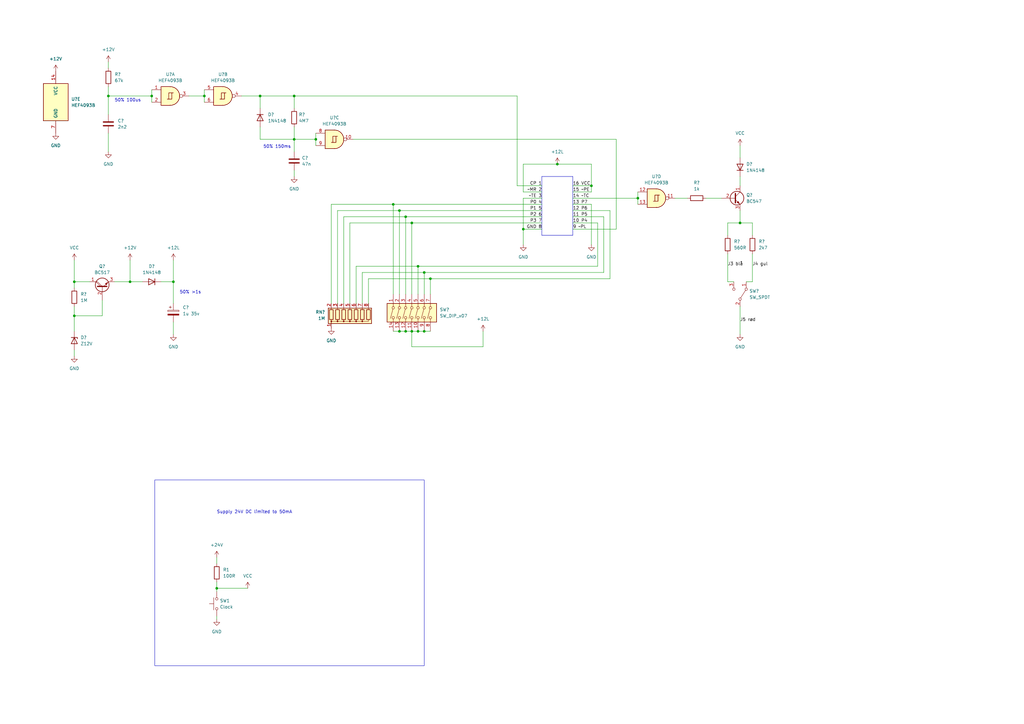
<source format=kicad_sch>
(kicad_sch (version 20230121) (generator eeschema)

  (uuid 03277b36-b903-4696-927e-2f281d9d5bbc)

  (paper "A3")

  (lib_symbols
    (symbol "4xxx:HEF4093B" (pin_names (offset 1.016)) (in_bom yes) (on_board yes)
      (property "Reference" "U" (at 0 1.27 0)
        (effects (font (size 1.27 1.27)))
      )
      (property "Value" "HEF4093B" (at 0 -1.27 0)
        (effects (font (size 1.27 1.27)))
      )
      (property "Footprint" "" (at 0 0 0)
        (effects (font (size 1.27 1.27)) hide)
      )
      (property "Datasheet" "https://assets.nexperia.com/documents/data-sheet/HEF4093B.pdf" (at 0 0 0)
        (effects (font (size 1.27 1.27)) hide)
      )
      (property "ki_locked" "" (at 0 0 0)
        (effects (font (size 1.27 1.27)))
      )
      (property "ki_keywords" "NAND2" (at 0 0 0)
        (effects (font (size 1.27 1.27)) hide)
      )
      (property "ki_description" "Quad 2-Input NAND Schmitt Trigger, SOIC-14" (at 0 0 0)
        (effects (font (size 1.27 1.27)) hide)
      )
      (property "ki_fp_filters" "SOIC*3.9x8.7mm*P1.27mm*" (at 0 0 0)
        (effects (font (size 1.27 1.27)) hide)
      )
      (symbol "HEF4093B_1_0"
        (polyline
          (pts
            (xy -0.635 -1.27)
            (xy -0.635 1.27)
            (xy 0.635 1.27)
          )
          (stroke (width 0) (type default))
          (fill (type none))
        )
        (polyline
          (pts
            (xy -0.635 -1.27)
            (xy -0.635 1.27)
            (xy 0.635 1.27)
          )
          (stroke (width 0) (type default))
          (fill (type none))
        )
        (polyline
          (pts
            (xy -1.27 -1.27)
            (xy 0.635 -1.27)
            (xy 0.635 1.27)
            (xy 1.27 1.27)
          )
          (stroke (width 0) (type default))
          (fill (type none))
        )
        (polyline
          (pts
            (xy -1.27 -1.27)
            (xy 0.635 -1.27)
            (xy 0.635 1.27)
            (xy 1.27 1.27)
          )
          (stroke (width 0) (type default))
          (fill (type none))
        )
      )
      (symbol "HEF4093B_1_1"
        (arc (start 0 -3.81) (mid 3.7934 0) (end 0 3.81)
          (stroke (width 0.254) (type default))
          (fill (type background))
        )
        (polyline
          (pts
            (xy 0 3.81)
            (xy -3.81 3.81)
            (xy -3.81 -3.81)
            (xy 0 -3.81)
          )
          (stroke (width 0.254) (type default))
          (fill (type background))
        )
        (pin input line (at -7.62 2.54 0) (length 3.81)
          (name "~" (effects (font (size 1.27 1.27))))
          (number "1" (effects (font (size 1.27 1.27))))
        )
        (pin input line (at -7.62 -2.54 0) (length 3.81)
          (name "~" (effects (font (size 1.27 1.27))))
          (number "2" (effects (font (size 1.27 1.27))))
        )
        (pin output inverted (at 7.62 0 180) (length 3.81)
          (name "~" (effects (font (size 1.27 1.27))))
          (number "3" (effects (font (size 1.27 1.27))))
        )
      )
      (symbol "HEF4093B_1_2"
        (arc (start -3.81 -3.81) (mid -2.589 0) (end -3.81 3.81)
          (stroke (width 0.254) (type default))
          (fill (type none))
        )
        (arc (start -0.6096 -3.81) (mid 2.1842 -2.5851) (end 3.81 0)
          (stroke (width 0.254) (type default))
          (fill (type background))
        )
        (polyline
          (pts
            (xy -3.81 -3.81)
            (xy -0.635 -3.81)
          )
          (stroke (width 0.254) (type default))
          (fill (type background))
        )
        (polyline
          (pts
            (xy -3.81 3.81)
            (xy -0.635 3.81)
          )
          (stroke (width 0.254) (type default))
          (fill (type background))
        )
        (polyline
          (pts
            (xy -0.635 3.81)
            (xy -3.81 3.81)
            (xy -3.81 3.81)
            (xy -3.556 3.4036)
            (xy -3.0226 2.2606)
            (xy -2.6924 1.0414)
            (xy -2.6162 -0.254)
            (xy -2.7686 -1.4986)
            (xy -3.175 -2.7178)
            (xy -3.81 -3.81)
            (xy -3.81 -3.81)
            (xy -0.635 -3.81)
          )
          (stroke (width -25.4) (type default))
          (fill (type background))
        )
        (arc (start 3.81 0) (mid 2.1915 2.5936) (end -0.6096 3.81)
          (stroke (width 0.254) (type default))
          (fill (type background))
        )
        (pin input inverted (at -7.62 2.54 0) (length 4.318)
          (name "~" (effects (font (size 1.27 1.27))))
          (number "1" (effects (font (size 1.27 1.27))))
        )
        (pin input inverted (at -7.62 -2.54 0) (length 4.318)
          (name "~" (effects (font (size 1.27 1.27))))
          (number "2" (effects (font (size 1.27 1.27))))
        )
        (pin output line (at 7.62 0 180) (length 3.81)
          (name "~" (effects (font (size 1.27 1.27))))
          (number "3" (effects (font (size 1.27 1.27))))
        )
      )
      (symbol "HEF4093B_2_0"
        (polyline
          (pts
            (xy -0.635 -1.27)
            (xy -0.635 1.27)
            (xy 0.635 1.27)
          )
          (stroke (width 0) (type default))
          (fill (type none))
        )
        (polyline
          (pts
            (xy -0.635 -1.27)
            (xy -0.635 1.27)
            (xy 0.635 1.27)
          )
          (stroke (width 0) (type default))
          (fill (type none))
        )
        (polyline
          (pts
            (xy -1.27 -1.27)
            (xy 0.635 -1.27)
            (xy 0.635 1.27)
            (xy 1.27 1.27)
          )
          (stroke (width 0) (type default))
          (fill (type none))
        )
        (polyline
          (pts
            (xy -1.27 -1.27)
            (xy 0.635 -1.27)
            (xy 0.635 1.27)
            (xy 1.27 1.27)
          )
          (stroke (width 0) (type default))
          (fill (type none))
        )
      )
      (symbol "HEF4093B_2_1"
        (arc (start 0 -3.81) (mid 3.7934 0) (end 0 3.81)
          (stroke (width 0.254) (type default))
          (fill (type background))
        )
        (polyline
          (pts
            (xy 0 3.81)
            (xy -3.81 3.81)
            (xy -3.81 -3.81)
            (xy 0 -3.81)
          )
          (stroke (width 0.254) (type default))
          (fill (type background))
        )
        (pin output inverted (at 7.62 0 180) (length 3.81)
          (name "~" (effects (font (size 1.27 1.27))))
          (number "4" (effects (font (size 1.27 1.27))))
        )
        (pin input line (at -7.62 2.54 0) (length 3.81)
          (name "~" (effects (font (size 1.27 1.27))))
          (number "5" (effects (font (size 1.27 1.27))))
        )
        (pin input line (at -7.62 -2.54 0) (length 3.81)
          (name "~" (effects (font (size 1.27 1.27))))
          (number "6" (effects (font (size 1.27 1.27))))
        )
      )
      (symbol "HEF4093B_2_2"
        (arc (start -3.81 -3.81) (mid -2.589 0) (end -3.81 3.81)
          (stroke (width 0.254) (type default))
          (fill (type none))
        )
        (arc (start -0.6096 -3.81) (mid 2.1842 -2.5851) (end 3.81 0)
          (stroke (width 0.254) (type default))
          (fill (type background))
        )
        (polyline
          (pts
            (xy -3.81 -3.81)
            (xy -0.635 -3.81)
          )
          (stroke (width 0.254) (type default))
          (fill (type background))
        )
        (polyline
          (pts
            (xy -3.81 3.81)
            (xy -0.635 3.81)
          )
          (stroke (width 0.254) (type default))
          (fill (type background))
        )
        (polyline
          (pts
            (xy -0.635 3.81)
            (xy -3.81 3.81)
            (xy -3.81 3.81)
            (xy -3.556 3.4036)
            (xy -3.0226 2.2606)
            (xy -2.6924 1.0414)
            (xy -2.6162 -0.254)
            (xy -2.7686 -1.4986)
            (xy -3.175 -2.7178)
            (xy -3.81 -3.81)
            (xy -3.81 -3.81)
            (xy -0.635 -3.81)
          )
          (stroke (width -25.4) (type default))
          (fill (type background))
        )
        (arc (start 3.81 0) (mid 2.1915 2.5936) (end -0.6096 3.81)
          (stroke (width 0.254) (type default))
          (fill (type background))
        )
        (pin output line (at 7.62 0 180) (length 3.81)
          (name "~" (effects (font (size 1.27 1.27))))
          (number "4" (effects (font (size 1.27 1.27))))
        )
        (pin input inverted (at -7.62 2.54 0) (length 4.318)
          (name "~" (effects (font (size 1.27 1.27))))
          (number "5" (effects (font (size 1.27 1.27))))
        )
        (pin input inverted (at -7.62 -2.54 0) (length 4.318)
          (name "~" (effects (font (size 1.27 1.27))))
          (number "6" (effects (font (size 1.27 1.27))))
        )
      )
      (symbol "HEF4093B_3_0"
        (polyline
          (pts
            (xy -0.635 -1.27)
            (xy -0.635 1.27)
            (xy 0.635 1.27)
          )
          (stroke (width 0) (type default))
          (fill (type none))
        )
        (polyline
          (pts
            (xy -0.635 -1.27)
            (xy -0.635 1.27)
            (xy 0.635 1.27)
          )
          (stroke (width 0) (type default))
          (fill (type none))
        )
        (polyline
          (pts
            (xy -1.27 -1.27)
            (xy 0.635 -1.27)
            (xy 0.635 1.27)
            (xy 1.27 1.27)
          )
          (stroke (width 0) (type default))
          (fill (type none))
        )
        (polyline
          (pts
            (xy -1.27 -1.27)
            (xy 0.635 -1.27)
            (xy 0.635 1.27)
            (xy 1.27 1.27)
          )
          (stroke (width 0) (type default))
          (fill (type none))
        )
      )
      (symbol "HEF4093B_3_1"
        (arc (start 0 -3.81) (mid 3.7934 0) (end 0 3.81)
          (stroke (width 0.254) (type default))
          (fill (type background))
        )
        (polyline
          (pts
            (xy 0 3.81)
            (xy -3.81 3.81)
            (xy -3.81 -3.81)
            (xy 0 -3.81)
          )
          (stroke (width 0.254) (type default))
          (fill (type background))
        )
        (pin output inverted (at 7.62 0 180) (length 3.81)
          (name "~" (effects (font (size 1.27 1.27))))
          (number "10" (effects (font (size 1.27 1.27))))
        )
        (pin input line (at -7.62 2.54 0) (length 3.81)
          (name "~" (effects (font (size 1.27 1.27))))
          (number "8" (effects (font (size 1.27 1.27))))
        )
        (pin input line (at -7.62 -2.54 0) (length 3.81)
          (name "~" (effects (font (size 1.27 1.27))))
          (number "9" (effects (font (size 1.27 1.27))))
        )
      )
      (symbol "HEF4093B_3_2"
        (arc (start -3.81 -3.81) (mid -2.589 0) (end -3.81 3.81)
          (stroke (width 0.254) (type default))
          (fill (type none))
        )
        (arc (start -0.6096 -3.81) (mid 2.1842 -2.5851) (end 3.81 0)
          (stroke (width 0.254) (type default))
          (fill (type background))
        )
        (polyline
          (pts
            (xy -3.81 -3.81)
            (xy -0.635 -3.81)
          )
          (stroke (width 0.254) (type default))
          (fill (type background))
        )
        (polyline
          (pts
            (xy -3.81 3.81)
            (xy -0.635 3.81)
          )
          (stroke (width 0.254) (type default))
          (fill (type background))
        )
        (polyline
          (pts
            (xy -0.635 3.81)
            (xy -3.81 3.81)
            (xy -3.81 3.81)
            (xy -3.556 3.4036)
            (xy -3.0226 2.2606)
            (xy -2.6924 1.0414)
            (xy -2.6162 -0.254)
            (xy -2.7686 -1.4986)
            (xy -3.175 -2.7178)
            (xy -3.81 -3.81)
            (xy -3.81 -3.81)
            (xy -0.635 -3.81)
          )
          (stroke (width -25.4) (type default))
          (fill (type background))
        )
        (arc (start 3.81 0) (mid 2.1915 2.5936) (end -0.6096 3.81)
          (stroke (width 0.254) (type default))
          (fill (type background))
        )
        (pin output line (at 7.62 0 180) (length 3.81)
          (name "~" (effects (font (size 1.27 1.27))))
          (number "10" (effects (font (size 1.27 1.27))))
        )
        (pin input inverted (at -7.62 2.54 0) (length 4.318)
          (name "~" (effects (font (size 1.27 1.27))))
          (number "8" (effects (font (size 1.27 1.27))))
        )
        (pin input inverted (at -7.62 -2.54 0) (length 4.318)
          (name "~" (effects (font (size 1.27 1.27))))
          (number "9" (effects (font (size 1.27 1.27))))
        )
      )
      (symbol "HEF4093B_4_0"
        (polyline
          (pts
            (xy -0.635 -1.27)
            (xy -0.635 1.27)
            (xy 0.635 1.27)
          )
          (stroke (width 0) (type default))
          (fill (type none))
        )
        (polyline
          (pts
            (xy -0.635 -1.27)
            (xy -0.635 1.27)
            (xy 0.635 1.27)
          )
          (stroke (width 0) (type default))
          (fill (type none))
        )
        (polyline
          (pts
            (xy -1.27 -1.27)
            (xy 0.635 -1.27)
            (xy 0.635 1.27)
            (xy 1.27 1.27)
          )
          (stroke (width 0) (type default))
          (fill (type none))
        )
        (polyline
          (pts
            (xy -1.27 -1.27)
            (xy 0.635 -1.27)
            (xy 0.635 1.27)
            (xy 1.27 1.27)
          )
          (stroke (width 0) (type default))
          (fill (type none))
        )
      )
      (symbol "HEF4093B_4_1"
        (arc (start 0 -3.81) (mid 3.7934 0) (end 0 3.81)
          (stroke (width 0.254) (type default))
          (fill (type background))
        )
        (polyline
          (pts
            (xy 0 3.81)
            (xy -3.81 3.81)
            (xy -3.81 -3.81)
            (xy 0 -3.81)
          )
          (stroke (width 0.254) (type default))
          (fill (type background))
        )
        (pin output inverted (at 7.62 0 180) (length 3.81)
          (name "~" (effects (font (size 1.27 1.27))))
          (number "11" (effects (font (size 1.27 1.27))))
        )
        (pin input line (at -7.62 2.54 0) (length 3.81)
          (name "~" (effects (font (size 1.27 1.27))))
          (number "12" (effects (font (size 1.27 1.27))))
        )
        (pin input line (at -7.62 -2.54 0) (length 3.81)
          (name "~" (effects (font (size 1.27 1.27))))
          (number "13" (effects (font (size 1.27 1.27))))
        )
      )
      (symbol "HEF4093B_4_2"
        (arc (start -3.81 -3.81) (mid -2.589 0) (end -3.81 3.81)
          (stroke (width 0.254) (type default))
          (fill (type none))
        )
        (arc (start -0.6096 -3.81) (mid 2.1842 -2.5851) (end 3.81 0)
          (stroke (width 0.254) (type default))
          (fill (type background))
        )
        (polyline
          (pts
            (xy -3.81 -3.81)
            (xy -0.635 -3.81)
          )
          (stroke (width 0.254) (type default))
          (fill (type background))
        )
        (polyline
          (pts
            (xy -3.81 3.81)
            (xy -0.635 3.81)
          )
          (stroke (width 0.254) (type default))
          (fill (type background))
        )
        (polyline
          (pts
            (xy -0.635 3.81)
            (xy -3.81 3.81)
            (xy -3.81 3.81)
            (xy -3.556 3.4036)
            (xy -3.0226 2.2606)
            (xy -2.6924 1.0414)
            (xy -2.6162 -0.254)
            (xy -2.7686 -1.4986)
            (xy -3.175 -2.7178)
            (xy -3.81 -3.81)
            (xy -3.81 -3.81)
            (xy -0.635 -3.81)
          )
          (stroke (width -25.4) (type default))
          (fill (type background))
        )
        (arc (start 3.81 0) (mid 2.1915 2.5936) (end -0.6096 3.81)
          (stroke (width 0.254) (type default))
          (fill (type background))
        )
        (pin output line (at 7.62 0 180) (length 3.81)
          (name "~" (effects (font (size 1.27 1.27))))
          (number "11" (effects (font (size 1.27 1.27))))
        )
        (pin input inverted (at -7.62 2.54 0) (length 4.318)
          (name "~" (effects (font (size 1.27 1.27))))
          (number "12" (effects (font (size 1.27 1.27))))
        )
        (pin input inverted (at -7.62 -2.54 0) (length 4.318)
          (name "~" (effects (font (size 1.27 1.27))))
          (number "13" (effects (font (size 1.27 1.27))))
        )
      )
      (symbol "HEF4093B_5_0"
        (pin power_in line (at 0 12.7 270) (length 5.08)
          (name "VCC" (effects (font (size 1.27 1.27))))
          (number "14" (effects (font (size 1.27 1.27))))
        )
        (pin power_in line (at 0 -12.7 90) (length 5.08)
          (name "GND" (effects (font (size 1.27 1.27))))
          (number "7" (effects (font (size 1.27 1.27))))
        )
      )
      (symbol "HEF4093B_5_1"
        (rectangle (start -5.08 7.62) (end 5.08 -7.62)
          (stroke (width 0.254) (type default))
          (fill (type background))
        )
      )
    )
    (symbol "Device:C" (pin_numbers hide) (pin_names (offset 0.254)) (in_bom yes) (on_board yes)
      (property "Reference" "C" (at 0.635 2.54 0)
        (effects (font (size 1.27 1.27)) (justify left))
      )
      (property "Value" "C" (at 0.635 -2.54 0)
        (effects (font (size 1.27 1.27)) (justify left))
      )
      (property "Footprint" "" (at 0.9652 -3.81 0)
        (effects (font (size 1.27 1.27)) hide)
      )
      (property "Datasheet" "~" (at 0 0 0)
        (effects (font (size 1.27 1.27)) hide)
      )
      (property "ki_keywords" "cap capacitor" (at 0 0 0)
        (effects (font (size 1.27 1.27)) hide)
      )
      (property "ki_description" "Unpolarized capacitor" (at 0 0 0)
        (effects (font (size 1.27 1.27)) hide)
      )
      (property "ki_fp_filters" "C_*" (at 0 0 0)
        (effects (font (size 1.27 1.27)) hide)
      )
      (symbol "C_0_1"
        (polyline
          (pts
            (xy -2.032 -0.762)
            (xy 2.032 -0.762)
          )
          (stroke (width 0.508) (type default))
          (fill (type none))
        )
        (polyline
          (pts
            (xy -2.032 0.762)
            (xy 2.032 0.762)
          )
          (stroke (width 0.508) (type default))
          (fill (type none))
        )
      )
      (symbol "C_1_1"
        (pin passive line (at 0 3.81 270) (length 2.794)
          (name "~" (effects (font (size 1.27 1.27))))
          (number "1" (effects (font (size 1.27 1.27))))
        )
        (pin passive line (at 0 -3.81 90) (length 2.794)
          (name "~" (effects (font (size 1.27 1.27))))
          (number "2" (effects (font (size 1.27 1.27))))
        )
      )
    )
    (symbol "Device:C_Polarized" (pin_numbers hide) (pin_names (offset 0.254)) (in_bom yes) (on_board yes)
      (property "Reference" "C" (at 0.635 2.54 0)
        (effects (font (size 1.27 1.27)) (justify left))
      )
      (property "Value" "C_Polarized" (at 0.635 -2.54 0)
        (effects (font (size 1.27 1.27)) (justify left))
      )
      (property "Footprint" "" (at 0.9652 -3.81 0)
        (effects (font (size 1.27 1.27)) hide)
      )
      (property "Datasheet" "~" (at 0 0 0)
        (effects (font (size 1.27 1.27)) hide)
      )
      (property "ki_keywords" "cap capacitor" (at 0 0 0)
        (effects (font (size 1.27 1.27)) hide)
      )
      (property "ki_description" "Polarized capacitor" (at 0 0 0)
        (effects (font (size 1.27 1.27)) hide)
      )
      (property "ki_fp_filters" "CP_*" (at 0 0 0)
        (effects (font (size 1.27 1.27)) hide)
      )
      (symbol "C_Polarized_0_1"
        (rectangle (start -2.286 0.508) (end 2.286 1.016)
          (stroke (width 0) (type default))
          (fill (type none))
        )
        (polyline
          (pts
            (xy -1.778 2.286)
            (xy -0.762 2.286)
          )
          (stroke (width 0) (type default))
          (fill (type none))
        )
        (polyline
          (pts
            (xy -1.27 2.794)
            (xy -1.27 1.778)
          )
          (stroke (width 0) (type default))
          (fill (type none))
        )
        (rectangle (start 2.286 -0.508) (end -2.286 -1.016)
          (stroke (width 0) (type default))
          (fill (type outline))
        )
      )
      (symbol "C_Polarized_1_1"
        (pin passive line (at 0 3.81 270) (length 2.794)
          (name "~" (effects (font (size 1.27 1.27))))
          (number "1" (effects (font (size 1.27 1.27))))
        )
        (pin passive line (at 0 -3.81 90) (length 2.794)
          (name "~" (effects (font (size 1.27 1.27))))
          (number "2" (effects (font (size 1.27 1.27))))
        )
      )
    )
    (symbol "Device:D_Zener" (pin_numbers hide) (pin_names (offset 1.016) hide) (in_bom yes) (on_board yes)
      (property "Reference" "D" (at 0 2.54 0)
        (effects (font (size 1.27 1.27)))
      )
      (property "Value" "D_Zener" (at 0 -2.54 0)
        (effects (font (size 1.27 1.27)))
      )
      (property "Footprint" "" (at 0 0 0)
        (effects (font (size 1.27 1.27)) hide)
      )
      (property "Datasheet" "~" (at 0 0 0)
        (effects (font (size 1.27 1.27)) hide)
      )
      (property "ki_keywords" "diode" (at 0 0 0)
        (effects (font (size 1.27 1.27)) hide)
      )
      (property "ki_description" "Zener diode" (at 0 0 0)
        (effects (font (size 1.27 1.27)) hide)
      )
      (property "ki_fp_filters" "TO-???* *_Diode_* *SingleDiode* D_*" (at 0 0 0)
        (effects (font (size 1.27 1.27)) hide)
      )
      (symbol "D_Zener_0_1"
        (polyline
          (pts
            (xy 1.27 0)
            (xy -1.27 0)
          )
          (stroke (width 0) (type default))
          (fill (type none))
        )
        (polyline
          (pts
            (xy -1.27 -1.27)
            (xy -1.27 1.27)
            (xy -0.762 1.27)
          )
          (stroke (width 0.254) (type default))
          (fill (type none))
        )
        (polyline
          (pts
            (xy 1.27 -1.27)
            (xy 1.27 1.27)
            (xy -1.27 0)
            (xy 1.27 -1.27)
          )
          (stroke (width 0.254) (type default))
          (fill (type none))
        )
      )
      (symbol "D_Zener_1_1"
        (pin passive line (at -3.81 0 0) (length 2.54)
          (name "K" (effects (font (size 1.27 1.27))))
          (number "1" (effects (font (size 1.27 1.27))))
        )
        (pin passive line (at 3.81 0 180) (length 2.54)
          (name "A" (effects (font (size 1.27 1.27))))
          (number "2" (effects (font (size 1.27 1.27))))
        )
      )
    )
    (symbol "Device:R" (pin_numbers hide) (pin_names (offset 0)) (in_bom yes) (on_board yes)
      (property "Reference" "R" (at 2.032 0 90)
        (effects (font (size 1.27 1.27)))
      )
      (property "Value" "R" (at 0 0 90)
        (effects (font (size 1.27 1.27)))
      )
      (property "Footprint" "" (at -1.778 0 90)
        (effects (font (size 1.27 1.27)) hide)
      )
      (property "Datasheet" "~" (at 0 0 0)
        (effects (font (size 1.27 1.27)) hide)
      )
      (property "ki_keywords" "R res resistor" (at 0 0 0)
        (effects (font (size 1.27 1.27)) hide)
      )
      (property "ki_description" "Resistor" (at 0 0 0)
        (effects (font (size 1.27 1.27)) hide)
      )
      (property "ki_fp_filters" "R_*" (at 0 0 0)
        (effects (font (size 1.27 1.27)) hide)
      )
      (symbol "R_0_1"
        (rectangle (start -1.016 -2.54) (end 1.016 2.54)
          (stroke (width 0.254) (type default))
          (fill (type none))
        )
      )
      (symbol "R_1_1"
        (pin passive line (at 0 3.81 270) (length 1.27)
          (name "~" (effects (font (size 1.27 1.27))))
          (number "1" (effects (font (size 1.27 1.27))))
        )
        (pin passive line (at 0 -3.81 90) (length 1.27)
          (name "~" (effects (font (size 1.27 1.27))))
          (number "2" (effects (font (size 1.27 1.27))))
        )
      )
    )
    (symbol "Device:R_Network07" (pin_names (offset 0) hide) (in_bom yes) (on_board yes)
      (property "Reference" "RN" (at -10.16 0 90)
        (effects (font (size 1.27 1.27)))
      )
      (property "Value" "R_Network07" (at 10.16 0 90)
        (effects (font (size 1.27 1.27)))
      )
      (property "Footprint" "Resistor_THT:R_Array_SIP8" (at 12.065 0 90)
        (effects (font (size 1.27 1.27)) hide)
      )
      (property "Datasheet" "http://www.vishay.com/docs/31509/csc.pdf" (at 0 0 0)
        (effects (font (size 1.27 1.27)) hide)
      )
      (property "ki_keywords" "R network star-topology" (at 0 0 0)
        (effects (font (size 1.27 1.27)) hide)
      )
      (property "ki_description" "7 resistor network, star topology, bussed resistors, small symbol" (at 0 0 0)
        (effects (font (size 1.27 1.27)) hide)
      )
      (property "ki_fp_filters" "R?Array?SIP*" (at 0 0 0)
        (effects (font (size 1.27 1.27)) hide)
      )
      (symbol "R_Network07_0_1"
        (rectangle (start -8.89 -3.175) (end 8.89 3.175)
          (stroke (width 0.254) (type default))
          (fill (type background))
        )
        (rectangle (start -8.382 1.524) (end -6.858 -2.54)
          (stroke (width 0.254) (type default))
          (fill (type none))
        )
        (circle (center -7.62 2.286) (radius 0.254)
          (stroke (width 0) (type default))
          (fill (type outline))
        )
        (rectangle (start -5.842 1.524) (end -4.318 -2.54)
          (stroke (width 0.254) (type default))
          (fill (type none))
        )
        (circle (center -5.08 2.286) (radius 0.254)
          (stroke (width 0) (type default))
          (fill (type outline))
        )
        (rectangle (start -3.302 1.524) (end -1.778 -2.54)
          (stroke (width 0.254) (type default))
          (fill (type none))
        )
        (circle (center -2.54 2.286) (radius 0.254)
          (stroke (width 0) (type default))
          (fill (type outline))
        )
        (rectangle (start -0.762 1.524) (end 0.762 -2.54)
          (stroke (width 0.254) (type default))
          (fill (type none))
        )
        (polyline
          (pts
            (xy -7.62 -2.54)
            (xy -7.62 -3.81)
          )
          (stroke (width 0) (type default))
          (fill (type none))
        )
        (polyline
          (pts
            (xy -5.08 -2.54)
            (xy -5.08 -3.81)
          )
          (stroke (width 0) (type default))
          (fill (type none))
        )
        (polyline
          (pts
            (xy -2.54 -2.54)
            (xy -2.54 -3.81)
          )
          (stroke (width 0) (type default))
          (fill (type none))
        )
        (polyline
          (pts
            (xy 0 -2.54)
            (xy 0 -3.81)
          )
          (stroke (width 0) (type default))
          (fill (type none))
        )
        (polyline
          (pts
            (xy 2.54 -2.54)
            (xy 2.54 -3.81)
          )
          (stroke (width 0) (type default))
          (fill (type none))
        )
        (polyline
          (pts
            (xy 5.08 -2.54)
            (xy 5.08 -3.81)
          )
          (stroke (width 0) (type default))
          (fill (type none))
        )
        (polyline
          (pts
            (xy 7.62 -2.54)
            (xy 7.62 -3.81)
          )
          (stroke (width 0) (type default))
          (fill (type none))
        )
        (polyline
          (pts
            (xy -7.62 1.524)
            (xy -7.62 2.286)
            (xy -5.08 2.286)
            (xy -5.08 1.524)
          )
          (stroke (width 0) (type default))
          (fill (type none))
        )
        (polyline
          (pts
            (xy -5.08 1.524)
            (xy -5.08 2.286)
            (xy -2.54 2.286)
            (xy -2.54 1.524)
          )
          (stroke (width 0) (type default))
          (fill (type none))
        )
        (polyline
          (pts
            (xy -2.54 1.524)
            (xy -2.54 2.286)
            (xy 0 2.286)
            (xy 0 1.524)
          )
          (stroke (width 0) (type default))
          (fill (type none))
        )
        (polyline
          (pts
            (xy 0 1.524)
            (xy 0 2.286)
            (xy 2.54 2.286)
            (xy 2.54 1.524)
          )
          (stroke (width 0) (type default))
          (fill (type none))
        )
        (polyline
          (pts
            (xy 2.54 1.524)
            (xy 2.54 2.286)
            (xy 5.08 2.286)
            (xy 5.08 1.524)
          )
          (stroke (width 0) (type default))
          (fill (type none))
        )
        (polyline
          (pts
            (xy 5.08 1.524)
            (xy 5.08 2.286)
            (xy 7.62 2.286)
            (xy 7.62 1.524)
          )
          (stroke (width 0) (type default))
          (fill (type none))
        )
        (circle (center 0 2.286) (radius 0.254)
          (stroke (width 0) (type default))
          (fill (type outline))
        )
        (rectangle (start 1.778 1.524) (end 3.302 -2.54)
          (stroke (width 0.254) (type default))
          (fill (type none))
        )
        (circle (center 2.54 2.286) (radius 0.254)
          (stroke (width 0) (type default))
          (fill (type outline))
        )
        (rectangle (start 4.318 1.524) (end 5.842 -2.54)
          (stroke (width 0.254) (type default))
          (fill (type none))
        )
        (circle (center 5.08 2.286) (radius 0.254)
          (stroke (width 0) (type default))
          (fill (type outline))
        )
        (rectangle (start 6.858 1.524) (end 8.382 -2.54)
          (stroke (width 0.254) (type default))
          (fill (type none))
        )
      )
      (symbol "R_Network07_1_1"
        (pin passive line (at -7.62 5.08 270) (length 2.54)
          (name "common" (effects (font (size 1.27 1.27))))
          (number "1" (effects (font (size 1.27 1.27))))
        )
        (pin passive line (at -7.62 -5.08 90) (length 1.27)
          (name "R1" (effects (font (size 1.27 1.27))))
          (number "2" (effects (font (size 1.27 1.27))))
        )
        (pin passive line (at -5.08 -5.08 90) (length 1.27)
          (name "R2" (effects (font (size 1.27 1.27))))
          (number "3" (effects (font (size 1.27 1.27))))
        )
        (pin passive line (at -2.54 -5.08 90) (length 1.27)
          (name "R3" (effects (font (size 1.27 1.27))))
          (number "4" (effects (font (size 1.27 1.27))))
        )
        (pin passive line (at 0 -5.08 90) (length 1.27)
          (name "R4" (effects (font (size 1.27 1.27))))
          (number "5" (effects (font (size 1.27 1.27))))
        )
        (pin passive line (at 2.54 -5.08 90) (length 1.27)
          (name "R5" (effects (font (size 1.27 1.27))))
          (number "6" (effects (font (size 1.27 1.27))))
        )
        (pin passive line (at 5.08 -5.08 90) (length 1.27)
          (name "R6" (effects (font (size 1.27 1.27))))
          (number "7" (effects (font (size 1.27 1.27))))
        )
        (pin passive line (at 7.62 -5.08 90) (length 1.27)
          (name "R7" (effects (font (size 1.27 1.27))))
          (number "8" (effects (font (size 1.27 1.27))))
        )
      )
    )
    (symbol "Diode:1N4148" (pin_numbers hide) (pin_names (offset 1.016) hide) (in_bom yes) (on_board yes)
      (property "Reference" "D" (at 0 2.54 0)
        (effects (font (size 1.27 1.27)))
      )
      (property "Value" "1N4148" (at 0 -2.54 0)
        (effects (font (size 1.27 1.27)))
      )
      (property "Footprint" "Diode_THT:D_DO-35_SOD27_P7.62mm_Horizontal" (at 0 -4.445 0)
        (effects (font (size 1.27 1.27)) hide)
      )
      (property "Datasheet" "https://assets.nexperia.com/documents/data-sheet/1N4148_1N4448.pdf" (at 0 0 0)
        (effects (font (size 1.27 1.27)) hide)
      )
      (property "ki_keywords" "diode" (at 0 0 0)
        (effects (font (size 1.27 1.27)) hide)
      )
      (property "ki_description" "100V 0.15A standard switching diode, DO-35" (at 0 0 0)
        (effects (font (size 1.27 1.27)) hide)
      )
      (property "ki_fp_filters" "D*DO?35*" (at 0 0 0)
        (effects (font (size 1.27 1.27)) hide)
      )
      (symbol "1N4148_0_1"
        (polyline
          (pts
            (xy -1.27 1.27)
            (xy -1.27 -1.27)
          )
          (stroke (width 0.254) (type default))
          (fill (type none))
        )
        (polyline
          (pts
            (xy 1.27 0)
            (xy -1.27 0)
          )
          (stroke (width 0) (type default))
          (fill (type none))
        )
        (polyline
          (pts
            (xy 1.27 1.27)
            (xy 1.27 -1.27)
            (xy -1.27 0)
            (xy 1.27 1.27)
          )
          (stroke (width 0.254) (type default))
          (fill (type none))
        )
      )
      (symbol "1N4148_1_1"
        (pin passive line (at -3.81 0 0) (length 2.54)
          (name "K" (effects (font (size 1.27 1.27))))
          (number "1" (effects (font (size 1.27 1.27))))
        )
        (pin passive line (at 3.81 0 180) (length 2.54)
          (name "A" (effects (font (size 1.27 1.27))))
          (number "2" (effects (font (size 1.27 1.27))))
        )
      )
    )
    (symbol "GND_1" (power) (pin_names (offset 0)) (in_bom yes) (on_board yes)
      (property "Reference" "#PWR" (at 0 -6.35 0)
        (effects (font (size 1.27 1.27)) hide)
      )
      (property "Value" "GND_1" (at 0 -3.81 0)
        (effects (font (size 1.27 1.27)))
      )
      (property "Footprint" "" (at 0 0 0)
        (effects (font (size 1.27 1.27)) hide)
      )
      (property "Datasheet" "" (at 0 0 0)
        (effects (font (size 1.27 1.27)) hide)
      )
      (property "ki_keywords" "global power" (at 0 0 0)
        (effects (font (size 1.27 1.27)) hide)
      )
      (property "ki_description" "Power symbol creates a global label with name \"GND\" , ground" (at 0 0 0)
        (effects (font (size 1.27 1.27)) hide)
      )
      (symbol "GND_1_0_1"
        (polyline
          (pts
            (xy 0 0)
            (xy 0 -1.27)
            (xy 1.27 -1.27)
            (xy 0 -2.54)
            (xy -1.27 -1.27)
            (xy 0 -1.27)
          )
          (stroke (width 0) (type default))
          (fill (type none))
        )
      )
      (symbol "GND_1_1_1"
        (pin power_in line (at 0 0 270) (length 0) hide
          (name "GND" (effects (font (size 1.27 1.27))))
          (number "1" (effects (font (size 1.27 1.27))))
        )
      )
    )
    (symbol "Switch:SW_DIP_x07" (pin_names (offset 0) hide) (in_bom yes) (on_board yes)
      (property "Reference" "SW" (at 0 13.97 0)
        (effects (font (size 1.27 1.27)))
      )
      (property "Value" "SW_DIP_x07" (at 0 -8.89 0)
        (effects (font (size 1.27 1.27)))
      )
      (property "Footprint" "" (at 0 0 0)
        (effects (font (size 1.27 1.27)) hide)
      )
      (property "Datasheet" "~" (at 0 0 0)
        (effects (font (size 1.27 1.27)) hide)
      )
      (property "ki_keywords" "dip switch" (at 0 0 0)
        (effects (font (size 1.27 1.27)) hide)
      )
      (property "ki_description" "7x DIP Switch, Single Pole Single Throw (SPST) switch, small symbol" (at 0 0 0)
        (effects (font (size 1.27 1.27)) hide)
      )
      (property "ki_fp_filters" "SW?DIP?x7*" (at 0 0 0)
        (effects (font (size 1.27 1.27)) hide)
      )
      (symbol "SW_DIP_x07_0_0"
        (circle (center -2.032 -5.08) (radius 0.508)
          (stroke (width 0) (type default))
          (fill (type none))
        )
        (circle (center -2.032 -2.54) (radius 0.508)
          (stroke (width 0) (type default))
          (fill (type none))
        )
        (circle (center -2.032 0) (radius 0.508)
          (stroke (width 0) (type default))
          (fill (type none))
        )
        (circle (center -2.032 2.54) (radius 0.508)
          (stroke (width 0) (type default))
          (fill (type none))
        )
        (circle (center -2.032 5.08) (radius 0.508)
          (stroke (width 0) (type default))
          (fill (type none))
        )
        (circle (center -2.032 7.62) (radius 0.508)
          (stroke (width 0) (type default))
          (fill (type none))
        )
        (circle (center -2.032 10.16) (radius 0.508)
          (stroke (width 0) (type default))
          (fill (type none))
        )
        (polyline
          (pts
            (xy -1.524 -4.9276)
            (xy 2.3622 -3.8862)
          )
          (stroke (width 0) (type default))
          (fill (type none))
        )
        (polyline
          (pts
            (xy -1.524 -2.3876)
            (xy 2.3622 -1.3462)
          )
          (stroke (width 0) (type default))
          (fill (type none))
        )
        (polyline
          (pts
            (xy -1.524 0.127)
            (xy 2.3622 1.1684)
          )
          (stroke (width 0) (type default))
          (fill (type none))
        )
        (polyline
          (pts
            (xy -1.524 2.667)
            (xy 2.3622 3.7084)
          )
          (stroke (width 0) (type default))
          (fill (type none))
        )
        (polyline
          (pts
            (xy -1.524 5.207)
            (xy 2.3622 6.2484)
          )
          (stroke (width 0) (type default))
          (fill (type none))
        )
        (polyline
          (pts
            (xy -1.524 7.747)
            (xy 2.3622 8.7884)
          )
          (stroke (width 0) (type default))
          (fill (type none))
        )
        (polyline
          (pts
            (xy -1.524 10.287)
            (xy 2.3622 11.3284)
          )
          (stroke (width 0) (type default))
          (fill (type none))
        )
        (circle (center 2.032 -5.08) (radius 0.508)
          (stroke (width 0) (type default))
          (fill (type none))
        )
        (circle (center 2.032 -2.54) (radius 0.508)
          (stroke (width 0) (type default))
          (fill (type none))
        )
        (circle (center 2.032 0) (radius 0.508)
          (stroke (width 0) (type default))
          (fill (type none))
        )
        (circle (center 2.032 2.54) (radius 0.508)
          (stroke (width 0) (type default))
          (fill (type none))
        )
        (circle (center 2.032 5.08) (radius 0.508)
          (stroke (width 0) (type default))
          (fill (type none))
        )
        (circle (center 2.032 7.62) (radius 0.508)
          (stroke (width 0) (type default))
          (fill (type none))
        )
        (circle (center 2.032 10.16) (radius 0.508)
          (stroke (width 0) (type default))
          (fill (type none))
        )
      )
      (symbol "SW_DIP_x07_0_1"
        (rectangle (start -3.81 12.7) (end 3.81 -7.62)
          (stroke (width 0.254) (type default))
          (fill (type background))
        )
      )
      (symbol "SW_DIP_x07_1_1"
        (pin passive line (at -7.62 10.16 0) (length 5.08)
          (name "~" (effects (font (size 1.27 1.27))))
          (number "1" (effects (font (size 1.27 1.27))))
        )
        (pin passive line (at 7.62 0 180) (length 5.08)
          (name "~" (effects (font (size 1.27 1.27))))
          (number "10" (effects (font (size 1.27 1.27))))
        )
        (pin passive line (at 7.62 2.54 180) (length 5.08)
          (name "~" (effects (font (size 1.27 1.27))))
          (number "11" (effects (font (size 1.27 1.27))))
        )
        (pin passive line (at 7.62 5.08 180) (length 5.08)
          (name "~" (effects (font (size 1.27 1.27))))
          (number "12" (effects (font (size 1.27 1.27))))
        )
        (pin passive line (at 7.62 7.62 180) (length 5.08)
          (name "~" (effects (font (size 1.27 1.27))))
          (number "13" (effects (font (size 1.27 1.27))))
        )
        (pin passive line (at 7.62 10.16 180) (length 5.08)
          (name "~" (effects (font (size 1.27 1.27))))
          (number "14" (effects (font (size 1.27 1.27))))
        )
        (pin passive line (at -7.62 7.62 0) (length 5.08)
          (name "~" (effects (font (size 1.27 1.27))))
          (number "2" (effects (font (size 1.27 1.27))))
        )
        (pin passive line (at -7.62 5.08 0) (length 5.08)
          (name "~" (effects (font (size 1.27 1.27))))
          (number "3" (effects (font (size 1.27 1.27))))
        )
        (pin passive line (at -7.62 2.54 0) (length 5.08)
          (name "~" (effects (font (size 1.27 1.27))))
          (number "4" (effects (font (size 1.27 1.27))))
        )
        (pin passive line (at -7.62 0 0) (length 5.08)
          (name "~" (effects (font (size 1.27 1.27))))
          (number "5" (effects (font (size 1.27 1.27))))
        )
        (pin passive line (at -7.62 -2.54 0) (length 5.08)
          (name "~" (effects (font (size 1.27 1.27))))
          (number "6" (effects (font (size 1.27 1.27))))
        )
        (pin passive line (at -7.62 -5.08 0) (length 5.08)
          (name "~" (effects (font (size 1.27 1.27))))
          (number "7" (effects (font (size 1.27 1.27))))
        )
        (pin passive line (at 7.62 -5.08 180) (length 5.08)
          (name "~" (effects (font (size 1.27 1.27))))
          (number "8" (effects (font (size 1.27 1.27))))
        )
        (pin passive line (at 7.62 -2.54 180) (length 5.08)
          (name "~" (effects (font (size 1.27 1.27))))
          (number "9" (effects (font (size 1.27 1.27))))
        )
      )
    )
    (symbol "Switch:SW_Push" (pin_numbers hide) (pin_names (offset 1.016) hide) (in_bom yes) (on_board yes)
      (property "Reference" "SW" (at 1.27 2.54 0)
        (effects (font (size 1.27 1.27)) (justify left))
      )
      (property "Value" "SW_Push" (at 0 -1.524 0)
        (effects (font (size 1.27 1.27)))
      )
      (property "Footprint" "" (at 0 5.08 0)
        (effects (font (size 1.27 1.27)) hide)
      )
      (property "Datasheet" "~" (at 0 5.08 0)
        (effects (font (size 1.27 1.27)) hide)
      )
      (property "ki_keywords" "switch normally-open pushbutton push-button" (at 0 0 0)
        (effects (font (size 1.27 1.27)) hide)
      )
      (property "ki_description" "Push button switch, generic, two pins" (at 0 0 0)
        (effects (font (size 1.27 1.27)) hide)
      )
      (symbol "SW_Push_0_1"
        (circle (center -2.032 0) (radius 0.508)
          (stroke (width 0) (type default))
          (fill (type none))
        )
        (polyline
          (pts
            (xy 0 1.27)
            (xy 0 3.048)
          )
          (stroke (width 0) (type default))
          (fill (type none))
        )
        (polyline
          (pts
            (xy 2.54 1.27)
            (xy -2.54 1.27)
          )
          (stroke (width 0) (type default))
          (fill (type none))
        )
        (circle (center 2.032 0) (radius 0.508)
          (stroke (width 0) (type default))
          (fill (type none))
        )
        (pin passive line (at -5.08 0 0) (length 2.54)
          (name "1" (effects (font (size 1.27 1.27))))
          (number "1" (effects (font (size 1.27 1.27))))
        )
        (pin passive line (at 5.08 0 180) (length 2.54)
          (name "2" (effects (font (size 1.27 1.27))))
          (number "2" (effects (font (size 1.27 1.27))))
        )
      )
    )
    (symbol "Switch:SW_SPDT" (pin_names (offset 0) hide) (in_bom yes) (on_board yes)
      (property "Reference" "SW" (at 0 4.318 0)
        (effects (font (size 1.27 1.27)))
      )
      (property "Value" "SW_SPDT" (at 0 -5.08 0)
        (effects (font (size 1.27 1.27)))
      )
      (property "Footprint" "" (at 0 0 0)
        (effects (font (size 1.27 1.27)) hide)
      )
      (property "Datasheet" "~" (at 0 0 0)
        (effects (font (size 1.27 1.27)) hide)
      )
      (property "ki_keywords" "switch single-pole double-throw spdt ON-ON" (at 0 0 0)
        (effects (font (size 1.27 1.27)) hide)
      )
      (property "ki_description" "Switch, single pole double throw" (at 0 0 0)
        (effects (font (size 1.27 1.27)) hide)
      )
      (symbol "SW_SPDT_0_0"
        (circle (center -2.032 0) (radius 0.508)
          (stroke (width 0) (type default))
          (fill (type none))
        )
        (circle (center 2.032 -2.54) (radius 0.508)
          (stroke (width 0) (type default))
          (fill (type none))
        )
      )
      (symbol "SW_SPDT_0_1"
        (polyline
          (pts
            (xy -1.524 0.254)
            (xy 1.651 2.286)
          )
          (stroke (width 0) (type default))
          (fill (type none))
        )
        (circle (center 2.032 2.54) (radius 0.508)
          (stroke (width 0) (type default))
          (fill (type none))
        )
      )
      (symbol "SW_SPDT_1_1"
        (pin passive line (at 5.08 2.54 180) (length 2.54)
          (name "A" (effects (font (size 1.27 1.27))))
          (number "1" (effects (font (size 1.27 1.27))))
        )
        (pin passive line (at -5.08 0 0) (length 2.54)
          (name "B" (effects (font (size 1.27 1.27))))
          (number "2" (effects (font (size 1.27 1.27))))
        )
        (pin passive line (at 5.08 -2.54 180) (length 2.54)
          (name "C" (effects (font (size 1.27 1.27))))
          (number "3" (effects (font (size 1.27 1.27))))
        )
      )
    )
    (symbol "Transistor_BJT:BC517" (pin_names (offset 0) hide) (in_bom yes) (on_board yes)
      (property "Reference" "Q" (at 5.08 1.905 0)
        (effects (font (size 1.27 1.27)) (justify left))
      )
      (property "Value" "BC517" (at 5.08 0 0)
        (effects (font (size 1.27 1.27)) (justify left))
      )
      (property "Footprint" "Package_TO_SOT_THT:TO-92_Inline" (at 5.08 -1.905 0)
        (effects (font (size 1.27 1.27) italic) (justify left) hide)
      )
      (property "Datasheet" "https://www.onsemi.com/pub/Collateral/BC517-D74Z-D.PDF" (at 0 0 0)
        (effects (font (size 1.27 1.27)) (justify left) hide)
      )
      (property "ki_keywords" "NPN Darlington Darl Transistor" (at 0 0 0)
        (effects (font (size 1.27 1.27)) hide)
      )
      (property "ki_description" "1A Ic, 30V Vce, Darlington NPN Transistor, TO-92" (at 0 0 0)
        (effects (font (size 1.27 1.27)) hide)
      )
      (property "ki_fp_filters" "TO?92*" (at 0 0 0)
        (effects (font (size 1.27 1.27)) hide)
      )
      (symbol "BC517_0_1"
        (polyline
          (pts
            (xy 0.635 0.635)
            (xy 2.54 2.54)
          )
          (stroke (width 0) (type default))
          (fill (type none))
        )
        (polyline
          (pts
            (xy 0.635 -0.635)
            (xy 2.54 -2.54)
            (xy 2.54 -2.54)
          )
          (stroke (width 0) (type default))
          (fill (type none))
        )
        (polyline
          (pts
            (xy 0.635 0)
            (xy 2.54 1.905)
            (xy 2.54 2.54)
          )
          (stroke (width 0) (type default))
          (fill (type none))
        )
        (polyline
          (pts
            (xy 0.635 1.905)
            (xy 0.635 -1.905)
            (xy 0.635 -1.905)
          )
          (stroke (width 0.508) (type default))
          (fill (type none))
        )
        (polyline
          (pts
            (xy 1.27 -1.778)
            (xy 1.778 -1.27)
            (xy 2.286 -2.286)
            (xy 1.27 -1.778)
            (xy 1.27 -1.778)
          )
          (stroke (width 0) (type default))
          (fill (type outline))
        )
        (circle (center 1.27 0) (radius 2.8194)
          (stroke (width 0.254) (type default))
          (fill (type none))
        )
      )
      (symbol "BC517_1_1"
        (pin passive line (at 2.54 5.08 270) (length 2.54)
          (name "C" (effects (font (size 1.27 1.27))))
          (number "1" (effects (font (size 1.27 1.27))))
        )
        (pin input line (at -5.08 0 0) (length 5.715)
          (name "B" (effects (font (size 1.27 1.27))))
          (number "2" (effects (font (size 1.27 1.27))))
        )
        (pin passive line (at 2.54 -5.08 90) (length 2.54)
          (name "E" (effects (font (size 1.27 1.27))))
          (number "3" (effects (font (size 1.27 1.27))))
        )
      )
    )
    (symbol "Transistor_BJT:BC547" (pin_names (offset 0) hide) (in_bom yes) (on_board yes)
      (property "Reference" "Q" (at 5.08 1.905 0)
        (effects (font (size 1.27 1.27)) (justify left))
      )
      (property "Value" "BC547" (at 5.08 0 0)
        (effects (font (size 1.27 1.27)) (justify left))
      )
      (property "Footprint" "Package_TO_SOT_THT:TO-92_Inline" (at 5.08 -1.905 0)
        (effects (font (size 1.27 1.27) italic) (justify left) hide)
      )
      (property "Datasheet" "https://www.onsemi.com/pub/Collateral/BC550-D.pdf" (at 0 0 0)
        (effects (font (size 1.27 1.27)) (justify left) hide)
      )
      (property "ki_keywords" "NPN Transistor" (at 0 0 0)
        (effects (font (size 1.27 1.27)) hide)
      )
      (property "ki_description" "0.1A Ic, 45V Vce, Small Signal NPN Transistor, TO-92" (at 0 0 0)
        (effects (font (size 1.27 1.27)) hide)
      )
      (property "ki_fp_filters" "TO?92*" (at 0 0 0)
        (effects (font (size 1.27 1.27)) hide)
      )
      (symbol "BC547_0_1"
        (polyline
          (pts
            (xy 0 0)
            (xy 0.635 0)
          )
          (stroke (width 0) (type default))
          (fill (type none))
        )
        (polyline
          (pts
            (xy 0.635 0.635)
            (xy 2.54 2.54)
          )
          (stroke (width 0) (type default))
          (fill (type none))
        )
        (polyline
          (pts
            (xy 0.635 -0.635)
            (xy 2.54 -2.54)
            (xy 2.54 -2.54)
          )
          (stroke (width 0) (type default))
          (fill (type none))
        )
        (polyline
          (pts
            (xy 0.635 1.905)
            (xy 0.635 -1.905)
            (xy 0.635 -1.905)
          )
          (stroke (width 0.508) (type default))
          (fill (type none))
        )
        (polyline
          (pts
            (xy 1.27 -1.778)
            (xy 1.778 -1.27)
            (xy 2.286 -2.286)
            (xy 1.27 -1.778)
            (xy 1.27 -1.778)
          )
          (stroke (width 0) (type default))
          (fill (type outline))
        )
        (circle (center 1.27 0) (radius 2.8194)
          (stroke (width 0.254) (type default))
          (fill (type none))
        )
      )
      (symbol "BC547_1_1"
        (pin passive line (at 2.54 5.08 270) (length 2.54)
          (name "C" (effects (font (size 1.27 1.27))))
          (number "1" (effects (font (size 1.27 1.27))))
        )
        (pin input line (at -5.08 0 0) (length 5.08)
          (name "B" (effects (font (size 1.27 1.27))))
          (number "2" (effects (font (size 1.27 1.27))))
        )
        (pin passive line (at 2.54 -5.08 90) (length 2.54)
          (name "E" (effects (font (size 1.27 1.27))))
          (number "3" (effects (font (size 1.27 1.27))))
        )
      )
    )
    (symbol "power:+12L" (power) (pin_names (offset 0)) (in_bom yes) (on_board yes)
      (property "Reference" "#PWR" (at 0 -3.81 0)
        (effects (font (size 1.27 1.27)) hide)
      )
      (property "Value" "+12L" (at 0 3.556 0)
        (effects (font (size 1.27 1.27)))
      )
      (property "Footprint" "" (at 0 0 0)
        (effects (font (size 1.27 1.27)) hide)
      )
      (property "Datasheet" "" (at 0 0 0)
        (effects (font (size 1.27 1.27)) hide)
      )
      (property "ki_keywords" "power-flag" (at 0 0 0)
        (effects (font (size 1.27 1.27)) hide)
      )
      (property "ki_description" "Power symbol creates a global label with name \"+12L\"" (at 0 0 0)
        (effects (font (size 1.27 1.27)) hide)
      )
      (symbol "+12L_0_1"
        (polyline
          (pts
            (xy -0.762 1.27)
            (xy 0 2.54)
          )
          (stroke (width 0) (type default))
          (fill (type none))
        )
        (polyline
          (pts
            (xy 0 0)
            (xy 0 2.54)
          )
          (stroke (width 0) (type default))
          (fill (type none))
        )
        (polyline
          (pts
            (xy 0 2.54)
            (xy 0.762 1.27)
          )
          (stroke (width 0) (type default))
          (fill (type none))
        )
      )
      (symbol "+12L_1_1"
        (pin power_in line (at 0 0 90) (length 0) hide
          (name "+12L" (effects (font (size 1.27 1.27))))
          (number "1" (effects (font (size 1.27 1.27))))
        )
      )
    )
    (symbol "power:+12V" (power) (pin_names (offset 0)) (in_bom yes) (on_board yes)
      (property "Reference" "#PWR" (at 0 -3.81 0)
        (effects (font (size 1.27 1.27)) hide)
      )
      (property "Value" "+12V" (at 0 3.556 0)
        (effects (font (size 1.27 1.27)))
      )
      (property "Footprint" "" (at 0 0 0)
        (effects (font (size 1.27 1.27)) hide)
      )
      (property "Datasheet" "" (at 0 0 0)
        (effects (font (size 1.27 1.27)) hide)
      )
      (property "ki_keywords" "power-flag" (at 0 0 0)
        (effects (font (size 1.27 1.27)) hide)
      )
      (property "ki_description" "Power symbol creates a global label with name \"+12V\"" (at 0 0 0)
        (effects (font (size 1.27 1.27)) hide)
      )
      (symbol "+12V_0_1"
        (polyline
          (pts
            (xy -0.762 1.27)
            (xy 0 2.54)
          )
          (stroke (width 0) (type default))
          (fill (type none))
        )
        (polyline
          (pts
            (xy 0 0)
            (xy 0 2.54)
          )
          (stroke (width 0) (type default))
          (fill (type none))
        )
        (polyline
          (pts
            (xy 0 2.54)
            (xy 0.762 1.27)
          )
          (stroke (width 0) (type default))
          (fill (type none))
        )
      )
      (symbol "+12V_1_1"
        (pin power_in line (at 0 0 90) (length 0) hide
          (name "+12V" (effects (font (size 1.27 1.27))))
          (number "1" (effects (font (size 1.27 1.27))))
        )
      )
    )
    (symbol "power:+24V" (power) (pin_names (offset 0)) (in_bom yes) (on_board yes)
      (property "Reference" "#PWR" (at 0 -3.81 0)
        (effects (font (size 1.27 1.27)) hide)
      )
      (property "Value" "+24V" (at 0 3.556 0)
        (effects (font (size 1.27 1.27)))
      )
      (property "Footprint" "" (at 0 0 0)
        (effects (font (size 1.27 1.27)) hide)
      )
      (property "Datasheet" "" (at 0 0 0)
        (effects (font (size 1.27 1.27)) hide)
      )
      (property "ki_keywords" "global power" (at 0 0 0)
        (effects (font (size 1.27 1.27)) hide)
      )
      (property "ki_description" "Power symbol creates a global label with name \"+24V\"" (at 0 0 0)
        (effects (font (size 1.27 1.27)) hide)
      )
      (symbol "+24V_0_1"
        (polyline
          (pts
            (xy -0.762 1.27)
            (xy 0 2.54)
          )
          (stroke (width 0) (type default))
          (fill (type none))
        )
        (polyline
          (pts
            (xy 0 0)
            (xy 0 2.54)
          )
          (stroke (width 0) (type default))
          (fill (type none))
        )
        (polyline
          (pts
            (xy 0 2.54)
            (xy 0.762 1.27)
          )
          (stroke (width 0) (type default))
          (fill (type none))
        )
      )
      (symbol "+24V_1_1"
        (pin power_in line (at 0 0 90) (length 0) hide
          (name "+24V" (effects (font (size 1.27 1.27))))
          (number "1" (effects (font (size 1.27 1.27))))
        )
      )
    )
    (symbol "power:GND" (power) (pin_names (offset 0)) (in_bom yes) (on_board yes)
      (property "Reference" "#PWR" (at 0 -6.35 0)
        (effects (font (size 1.27 1.27)) hide)
      )
      (property "Value" "GND" (at 0 -3.81 0)
        (effects (font (size 1.27 1.27)))
      )
      (property "Footprint" "" (at 0 0 0)
        (effects (font (size 1.27 1.27)) hide)
      )
      (property "Datasheet" "" (at 0 0 0)
        (effects (font (size 1.27 1.27)) hide)
      )
      (property "ki_keywords" "power-flag" (at 0 0 0)
        (effects (font (size 1.27 1.27)) hide)
      )
      (property "ki_description" "Power symbol creates a global label with name \"GND\" , ground" (at 0 0 0)
        (effects (font (size 1.27 1.27)) hide)
      )
      (symbol "GND_0_1"
        (polyline
          (pts
            (xy 0 0)
            (xy 0 -1.27)
            (xy 1.27 -1.27)
            (xy 0 -2.54)
            (xy -1.27 -1.27)
            (xy 0 -1.27)
          )
          (stroke (width 0) (type default))
          (fill (type none))
        )
      )
      (symbol "GND_1_1"
        (pin power_in line (at 0 0 270) (length 0) hide
          (name "GND" (effects (font (size 1.27 1.27))))
          (number "1" (effects (font (size 1.27 1.27))))
        )
      )
    )
    (symbol "power:VCC" (power) (pin_names (offset 0)) (in_bom yes) (on_board yes)
      (property "Reference" "#PWR" (at 0 -3.81 0)
        (effects (font (size 1.27 1.27)) hide)
      )
      (property "Value" "VCC" (at 0 3.81 0)
        (effects (font (size 1.27 1.27)))
      )
      (property "Footprint" "" (at 0 0 0)
        (effects (font (size 1.27 1.27)) hide)
      )
      (property "Datasheet" "" (at 0 0 0)
        (effects (font (size 1.27 1.27)) hide)
      )
      (property "ki_keywords" "power-flag" (at 0 0 0)
        (effects (font (size 1.27 1.27)) hide)
      )
      (property "ki_description" "Power symbol creates a global label with name \"VCC\"" (at 0 0 0)
        (effects (font (size 1.27 1.27)) hide)
      )
      (symbol "VCC_0_1"
        (polyline
          (pts
            (xy -0.762 1.27)
            (xy 0 2.54)
          )
          (stroke (width 0) (type default))
          (fill (type none))
        )
        (polyline
          (pts
            (xy 0 0)
            (xy 0 2.54)
          )
          (stroke (width 0) (type default))
          (fill (type none))
        )
        (polyline
          (pts
            (xy 0 2.54)
            (xy 0.762 1.27)
          )
          (stroke (width 0) (type default))
          (fill (type none))
        )
      )
      (symbol "VCC_1_1"
        (pin power_in line (at 0 0 90) (length 0) hide
          (name "VCC" (effects (font (size 1.27 1.27))))
          (number "1" (effects (font (size 1.27 1.27))))
        )
      )
    )
  )

  (junction (at 168.91 91.44) (diameter 0) (color 0 0 0 0)
    (uuid 2107dc74-580b-4cf5-ba45-7e8e614f5d11)
  )
  (junction (at 62.23 39.37) (diameter 0) (color 0 0 0 0)
    (uuid 2578981c-99d8-4681-9144-56cc25cf6826)
  )
  (junction (at 106.68 39.37) (diameter 0) (color 0 0 0 0)
    (uuid 31234588-341e-4aa3-a079-3543ba5ea85c)
  )
  (junction (at 261.62 81.28) (diameter 0) (color 0 0 0 0)
    (uuid 33ed1caf-bdba-4bf2-8747-c8e2ce6a47b4)
  )
  (junction (at 30.48 129.54) (diameter 0) (color 0 0 0 0)
    (uuid 37383f7b-618c-4619-8786-b0c34a36e5a5)
  )
  (junction (at 228.6 67.31) (diameter 0) (color 0 0 0 0)
    (uuid 3c1530e1-0c3a-4043-b9c7-d9e4ce50e7db)
  )
  (junction (at 120.65 57.15) (diameter 0) (color 0 0 0 0)
    (uuid 57f977a9-12f6-4022-8fac-ffcbbe48781e)
  )
  (junction (at 129.54 57.15) (diameter 0) (color 0 0 0 0)
    (uuid 60446f44-d06f-49e9-ab24-2acbb258b961)
  )
  (junction (at 30.48 115.57) (diameter 0) (color 0 0 0 0)
    (uuid 60582e37-12cd-424a-bb26-9419cc055411)
  )
  (junction (at 120.65 39.37) (diameter 0) (color 0 0 0 0)
    (uuid 6355809d-2950-4cd8-a9f7-86f719081c57)
  )
  (junction (at 166.37 135.89) (diameter 0) (color 0 0 0 0)
    (uuid 64ddddb2-2428-42d9-b425-1c04fdc709ca)
  )
  (junction (at 163.83 86.36) (diameter 0) (color 0 0 0 0)
    (uuid 7726e858-1f94-4dde-b50d-822fe6c277f2)
  )
  (junction (at 44.45 39.37) (diameter 0) (color 0 0 0 0)
    (uuid 7bf5b745-1233-4302-86b7-8fde0844dc62)
  )
  (junction (at 168.91 135.89) (diameter 0) (color 0 0 0 0)
    (uuid 7d3c7a7f-3d6a-42af-a916-e40377882cd4)
  )
  (junction (at 214.63 93.98) (diameter 0) (color 0 0 0 0)
    (uuid 9352304a-010e-47cf-a22e-5dff8266be34)
  )
  (junction (at 176.53 114.3) (diameter 0) (color 0 0 0 0)
    (uuid a2d9b792-d8c2-417a-a64f-c114202cfc45)
  )
  (junction (at 303.53 91.44) (diameter 0) (color 0 0 0 0)
    (uuid a538aa90-6cdb-473c-b596-22c7f422c75b)
  )
  (junction (at 88.9 241.3) (diameter 0) (color 0 0 0 0)
    (uuid a5eee21d-183c-481f-bd55-c389f7ed600d)
  )
  (junction (at 173.99 111.76) (diameter 0) (color 0 0 0 0)
    (uuid b1d1ad84-05a0-4054-9ef8-e80324082ed9)
  )
  (junction (at 83.82 39.37) (diameter 0) (color 0 0 0 0)
    (uuid b55a79ba-50cf-46e2-aede-1f8a9a6b901c)
  )
  (junction (at 161.29 83.82) (diameter 0) (color 0 0 0 0)
    (uuid be55e3f6-3000-478e-ba9e-6a2405a4e4ae)
  )
  (junction (at 242.57 76.2) (diameter 0) (color 0 0 0 0)
    (uuid ccfc613f-c58b-432b-a9de-52b2b67e0519)
  )
  (junction (at 173.99 135.89) (diameter 0) (color 0 0 0 0)
    (uuid dbbb5c95-19f7-4829-8456-a7fc24a08096)
  )
  (junction (at 171.45 109.22) (diameter 0) (color 0 0 0 0)
    (uuid dc754512-fd9c-4f3a-aa3f-ee359b913b9a)
  )
  (junction (at 71.12 115.57) (diameter 0) (color 0 0 0 0)
    (uuid e23fbaa8-a58e-404d-b2c4-ca56598f3796)
  )
  (junction (at 166.37 88.9) (diameter 0) (color 0 0 0 0)
    (uuid eb1aa65d-8953-4602-9865-22768bcb8a78)
  )
  (junction (at 163.83 135.89) (diameter 0) (color 0 0 0 0)
    (uuid f69e9b07-79b0-475f-bea2-2c2210fa4b70)
  )
  (junction (at 53.34 115.57) (diameter 0) (color 0 0 0 0)
    (uuid f6c8b075-7693-40a3-aa73-e5ecd30379f9)
  )
  (junction (at 171.45 135.89) (diameter 0) (color 0 0 0 0)
    (uuid fa32697a-56d3-4abd-ab8d-6fac39cadfae)
  )

  (wire (pts (xy 62.23 39.37) (xy 62.23 41.91))
    (stroke (width 0) (type default))
    (uuid 031213dd-5689-4d36-a614-00163f71bac8)
  )
  (wire (pts (xy 222.25 81.28) (xy 214.63 81.28))
    (stroke (width 0) (type default))
    (uuid 0481af49-4118-458f-a244-0dd2281b25fa)
  )
  (wire (pts (xy 161.29 83.82) (xy 135.89 83.82))
    (stroke (width 0) (type default))
    (uuid 0ac0f637-bfb4-4bb7-b137-97c75baa8cce)
  )
  (wire (pts (xy 171.45 109.22) (xy 171.45 120.65))
    (stroke (width 0) (type default))
    (uuid 0bfa01a5-0fab-42f7-b307-b65cc29bf5e1)
  )
  (wire (pts (xy 166.37 88.9) (xy 166.37 120.65))
    (stroke (width 0) (type default))
    (uuid 10b0b9be-7a8b-4a7c-9f77-925a4e012c2e)
  )
  (wire (pts (xy 289.56 81.28) (xy 295.91 81.28))
    (stroke (width 0) (type default))
    (uuid 12b0bb45-2dd2-433f-98da-1e67e464036c)
  )
  (wire (pts (xy 120.65 57.15) (xy 120.65 52.07))
    (stroke (width 0) (type default))
    (uuid 12cfd01b-8218-412e-9296-6444a354f88e)
  )
  (wire (pts (xy 176.53 114.3) (xy 176.53 120.65))
    (stroke (width 0) (type default))
    (uuid 1533932b-f731-4727-9ced-16bdc996015d)
  )
  (wire (pts (xy 30.48 115.57) (xy 30.48 118.11))
    (stroke (width 0) (type default))
    (uuid 15e4ce2d-5091-4ea7-ae6c-b5c82b7a21ce)
  )
  (wire (pts (xy 53.34 115.57) (xy 46.99 115.57))
    (stroke (width 0) (type default))
    (uuid 1b1f1d00-a29c-4fc5-a327-8ea4b24a4847)
  )
  (wire (pts (xy 62.23 36.83) (xy 62.23 39.37))
    (stroke (width 0) (type default))
    (uuid 1d96dc2f-34c2-4690-8186-eab90bc3f103)
  )
  (wire (pts (xy 41.91 123.19) (xy 41.91 129.54))
    (stroke (width 0) (type default))
    (uuid 232888ce-c190-47b1-ad5e-807a5798af5b)
  )
  (wire (pts (xy 77.47 39.37) (xy 83.82 39.37))
    (stroke (width 0) (type default))
    (uuid 2355798b-4b80-4082-8cd8-d23414d53674)
  )
  (wire (pts (xy 252.73 93.98) (xy 252.73 57.15))
    (stroke (width 0) (type default))
    (uuid 23a9a00d-87ff-452c-92ff-904303c0c60e)
  )
  (wire (pts (xy 71.12 115.57) (xy 71.12 124.46))
    (stroke (width 0) (type default))
    (uuid 26e36be7-e74e-448f-bc62-90fc6b1a8172)
  )
  (wire (pts (xy 247.65 88.9) (xy 247.65 111.76))
    (stroke (width 0) (type default))
    (uuid 2b6f75c8-5816-4811-98c1-67aa99017a2b)
  )
  (wire (pts (xy 53.34 106.68) (xy 53.34 115.57))
    (stroke (width 0) (type default))
    (uuid 2bce8cb3-86e1-442b-8d9d-c9a80100f3da)
  )
  (wire (pts (xy 148.59 111.76) (xy 148.59 124.46))
    (stroke (width 0) (type default))
    (uuid 2cacc623-0140-4d7a-9597-f879091c04b8)
  )
  (wire (pts (xy 198.12 135.89) (xy 198.12 142.24))
    (stroke (width 0) (type default))
    (uuid 2f18c422-9034-4827-bf20-7b0ed0651505)
  )
  (wire (pts (xy 44.45 35.56) (xy 44.45 39.37))
    (stroke (width 0) (type default))
    (uuid 2f98ab63-49ca-48ba-b5e7-2eb4e18ceb1f)
  )
  (wire (pts (xy 44.45 39.37) (xy 62.23 39.37))
    (stroke (width 0) (type default))
    (uuid 331f94ea-13bf-4d1a-b045-374f6a0fa745)
  )
  (wire (pts (xy 168.91 135.89) (xy 171.45 135.89))
    (stroke (width 0) (type default))
    (uuid 368b6ce5-685d-4ac6-85e4-704014cb01c5)
  )
  (wire (pts (xy 303.53 59.69) (xy 303.53 64.77))
    (stroke (width 0) (type default))
    (uuid 372fd280-0ad2-4394-9bad-283f80975faa)
  )
  (wire (pts (xy 30.48 129.54) (xy 30.48 135.89))
    (stroke (width 0) (type default))
    (uuid 3847c9af-030c-45b4-9ee7-f04643a48efe)
  )
  (wire (pts (xy 166.37 135.89) (xy 168.91 135.89))
    (stroke (width 0) (type default))
    (uuid 3896ab1e-3daf-4a51-9fe3-e7207736f2ab)
  )
  (wire (pts (xy 129.54 54.61) (xy 129.54 57.15))
    (stroke (width 0) (type default))
    (uuid 3943dade-79a5-4aa1-bcfa-29a8489f1e33)
  )
  (wire (pts (xy 88.9 252.73) (xy 88.9 254))
    (stroke (width 0) (type default))
    (uuid 3a1bd054-39a3-4620-b403-4d76a744dedf)
  )
  (wire (pts (xy 58.42 115.57) (xy 53.34 115.57))
    (stroke (width 0) (type default))
    (uuid 3a1f33b8-aa43-48ca-b95a-fc7935fe3850)
  )
  (wire (pts (xy 143.51 91.44) (xy 143.51 124.46))
    (stroke (width 0) (type default))
    (uuid 3a7d296c-3bc0-424e-a964-eb11ce300ba7)
  )
  (wire (pts (xy 106.68 39.37) (xy 120.65 39.37))
    (stroke (width 0) (type default))
    (uuid 3d91cc6b-a557-43d6-9cec-621a4a94f86b)
  )
  (wire (pts (xy 234.95 76.2) (xy 242.57 76.2))
    (stroke (width 0) (type default))
    (uuid 3ec176da-983d-4a33-8711-2f491e079a52)
  )
  (polyline (pts (xy 234.95 72.39) (xy 234.95 96.52))
    (stroke (width 0) (type solid))
    (uuid 3eec8770-0c7b-4bb2-86fa-8b30cd211c1c)
  )

  (wire (pts (xy 88.9 228.6) (xy 88.9 231.14))
    (stroke (width 0) (type default))
    (uuid 3fe45afa-00f1-4f05-8471-7476f9f68a79)
  )
  (wire (pts (xy 171.45 135.89) (xy 173.99 135.89))
    (stroke (width 0) (type default))
    (uuid 492ac892-dc49-4890-932f-2c2b4b9817bb)
  )
  (wire (pts (xy 308.61 96.52) (xy 308.61 91.44))
    (stroke (width 0) (type default))
    (uuid 49c74776-5329-45f2-962f-5e234a202bfa)
  )
  (wire (pts (xy 161.29 83.82) (xy 222.25 83.82))
    (stroke (width 0) (type default))
    (uuid 4e08720d-87ae-49a2-8181-ab23831212a4)
  )
  (wire (pts (xy 44.45 39.37) (xy 44.45 46.99))
    (stroke (width 0) (type default))
    (uuid 4f907517-7f55-42a6-abc4-89adb08519c7)
  )
  (wire (pts (xy 198.12 142.24) (xy 168.91 142.24))
    (stroke (width 0) (type default))
    (uuid 51ae1a6b-851c-48f6-a0f1-c364aae0ef5a)
  )
  (wire (pts (xy 83.82 36.83) (xy 83.82 39.37))
    (stroke (width 0) (type default))
    (uuid 54d98dc0-65ac-4787-8889-f2a71d172386)
  )
  (wire (pts (xy 245.11 109.22) (xy 171.45 109.22))
    (stroke (width 0) (type default))
    (uuid 5868cc05-9ff9-4ab3-b623-068a093fc870)
  )
  (wire (pts (xy 99.06 39.37) (xy 106.68 39.37))
    (stroke (width 0) (type default))
    (uuid 5b5586b7-339b-4146-93cf-82a4a36ef235)
  )
  (wire (pts (xy 173.99 135.89) (xy 176.53 135.89))
    (stroke (width 0) (type default))
    (uuid 5d2e7e43-4534-400a-a2ba-72945b1fcf1f)
  )
  (wire (pts (xy 44.45 54.61) (xy 44.45 62.23))
    (stroke (width 0) (type default))
    (uuid 5e1b1188-92fe-40d4-aacd-afd640ebd738)
  )
  (wire (pts (xy 83.82 39.37) (xy 83.82 41.91))
    (stroke (width 0) (type default))
    (uuid 5f31df74-f1d3-4de1-af40-723c5c4fbe2e)
  )
  (wire (pts (xy 30.48 115.57) (xy 36.83 115.57))
    (stroke (width 0) (type default))
    (uuid 5ff1cd02-78ea-448a-9bd7-5b9ff1497ee8)
  )
  (wire (pts (xy 163.83 135.89) (xy 166.37 135.89))
    (stroke (width 0) (type default))
    (uuid 60fc0331-03e7-4dcc-a623-136c9310ed19)
  )
  (wire (pts (xy 300.99 115.57) (xy 298.45 115.57))
    (stroke (width 0) (type default))
    (uuid 6370834c-14af-46f3-bebb-517411d4c5ff)
  )
  (wire (pts (xy 250.19 114.3) (xy 176.53 114.3))
    (stroke (width 0) (type default))
    (uuid 639050ad-0025-4cf1-89a6-9e466e698d29)
  )
  (wire (pts (xy 298.45 91.44) (xy 298.45 96.52))
    (stroke (width 0) (type default))
    (uuid 63f918f5-9caf-4ac1-b766-63f98fed1768)
  )
  (polyline (pts (xy 222.25 72.39) (xy 234.95 72.39))
    (stroke (width 0) (type solid))
    (uuid 6570818d-b65a-4af2-a941-77a34cdee375)
  )

  (wire (pts (xy 261.62 78.74) (xy 261.62 81.28))
    (stroke (width 0) (type default))
    (uuid 6807db11-ab80-48f7-b372-b2f768066691)
  )
  (polyline (pts (xy 222.25 72.39) (xy 222.25 96.52))
    (stroke (width 0) (type solid))
    (uuid 683a5b90-f2a4-47d4-a0ef-7004c224fdda)
  )

  (wire (pts (xy 303.53 72.39) (xy 303.53 76.2))
    (stroke (width 0) (type default))
    (uuid 684595cd-1d24-4fea-afe4-42b5ef9ae35c)
  )
  (wire (pts (xy 168.91 142.24) (xy 168.91 135.89))
    (stroke (width 0) (type default))
    (uuid 697353fe-f645-4274-9feb-826441452bd5)
  )
  (wire (pts (xy 212.09 76.2) (xy 212.09 39.37))
    (stroke (width 0) (type default))
    (uuid 6a33e1f0-c9a8-47ee-bed8-a5b697d9d6fe)
  )
  (wire (pts (xy 151.13 114.3) (xy 151.13 124.46))
    (stroke (width 0) (type default))
    (uuid 6df4e2ff-620c-4fdd-bdb8-38e92b2a08c6)
  )
  (wire (pts (xy 298.45 115.57) (xy 298.45 104.14))
    (stroke (width 0) (type default))
    (uuid 70b0bb82-e5bb-4e37-8438-bc5be16178cc)
  )
  (wire (pts (xy 44.45 25.4) (xy 44.45 27.94))
    (stroke (width 0) (type default))
    (uuid 71b9a960-2044-41ed-b11f-9db1ea4724f6)
  )
  (wire (pts (xy 106.68 52.07) (xy 106.68 57.15))
    (stroke (width 0) (type default))
    (uuid 734f64a1-643d-4142-9572-188be640708f)
  )
  (wire (pts (xy 106.68 44.45) (xy 106.68 39.37))
    (stroke (width 0) (type default))
    (uuid 748a3187-8cda-4b28-8bf8-16a0acbb0c60)
  )
  (wire (pts (xy 214.63 67.31) (xy 228.6 67.31))
    (stroke (width 0) (type default))
    (uuid 76434685-59c3-442e-9aef-9840e2e0b756)
  )
  (wire (pts (xy 234.95 83.82) (xy 242.57 83.82))
    (stroke (width 0) (type default))
    (uuid 77a71217-7a5b-40d7-9ed3-dc29db25120f)
  )
  (wire (pts (xy 140.97 88.9) (xy 140.97 124.46))
    (stroke (width 0) (type default))
    (uuid 78040681-16b9-4e74-9b4c-1971f7476327)
  )
  (polyline (pts (xy 234.95 96.52) (xy 222.25 96.52))
    (stroke (width 0) (type solid))
    (uuid 78d72c1b-dafe-49ae-aa9e-de2c79ecdc0b)
  )

  (wire (pts (xy 166.37 88.9) (xy 140.97 88.9))
    (stroke (width 0) (type default))
    (uuid 7e44b35a-7729-4ef1-8a87-a340273284b2)
  )
  (wire (pts (xy 252.73 57.15) (xy 144.78 57.15))
    (stroke (width 0) (type default))
    (uuid 7f8671e9-23bb-46e2-95ea-95835999b35d)
  )
  (wire (pts (xy 261.62 81.28) (xy 261.62 83.82))
    (stroke (width 0) (type default))
    (uuid 84838afa-ef20-4283-89af-d0a9bb05c112)
  )
  (wire (pts (xy 161.29 135.89) (xy 163.83 135.89))
    (stroke (width 0) (type default))
    (uuid 86ad542e-cb25-49c3-a535-f48f4e692e26)
  )
  (wire (pts (xy 308.61 91.44) (xy 303.53 91.44))
    (stroke (width 0) (type default))
    (uuid 87037eee-e8d5-4519-88e6-938c8c3819a8)
  )
  (wire (pts (xy 71.12 115.57) (xy 66.04 115.57))
    (stroke (width 0) (type default))
    (uuid 8b0b1ac0-c0ea-4901-9a12-9a7c5206b88c)
  )
  (wire (pts (xy 163.83 86.36) (xy 138.43 86.36))
    (stroke (width 0) (type default))
    (uuid 8d174336-4646-4e37-9841-a842e1351d5b)
  )
  (wire (pts (xy 222.25 76.2) (xy 212.09 76.2))
    (stroke (width 0) (type default))
    (uuid 8fe72c37-8603-4e92-a4d0-a5a6c551c03f)
  )
  (wire (pts (xy 173.99 111.76) (xy 173.99 120.65))
    (stroke (width 0) (type default))
    (uuid 909643be-b82b-46a7-ad75-762c4072e183)
  )
  (wire (pts (xy 168.91 91.44) (xy 143.51 91.44))
    (stroke (width 0) (type default))
    (uuid 9324a6b4-1c64-478c-a396-e3b0292f2aa1)
  )
  (wire (pts (xy 120.65 69.85) (xy 120.65 72.39))
    (stroke (width 0) (type default))
    (uuid 93f3728c-97f1-4bfa-a5a5-d153e4274fe9)
  )
  (wire (pts (xy 135.89 83.82) (xy 135.89 124.46))
    (stroke (width 0) (type default))
    (uuid 943d4fe4-6255-471a-bf0c-b6a47d7a6b31)
  )
  (wire (pts (xy 242.57 83.82) (xy 242.57 100.33))
    (stroke (width 0) (type default))
    (uuid 987a0961-380d-4229-967c-6f33b897bc1a)
  )
  (wire (pts (xy 214.63 81.28) (xy 214.63 93.98))
    (stroke (width 0) (type default))
    (uuid 9a89b9a6-999c-48a8-a77a-4cb3d0e3daac)
  )
  (wire (pts (xy 276.86 81.28) (xy 281.94 81.28))
    (stroke (width 0) (type default))
    (uuid 9c9c026d-a0d7-4c36-b21e-4ec493cde41a)
  )
  (wire (pts (xy 176.53 114.3) (xy 151.13 114.3))
    (stroke (width 0) (type default))
    (uuid 9dc1918e-f436-4466-99d0-f1415da51ef9)
  )
  (wire (pts (xy 30.48 129.54) (xy 41.91 129.54))
    (stroke (width 0) (type default))
    (uuid 9e5abfaf-9a4b-46cb-b58f-f26a3a40862b)
  )
  (wire (pts (xy 234.95 81.28) (xy 261.62 81.28))
    (stroke (width 0) (type default))
    (uuid a4886d2c-16cc-4aad-904a-e0fcff37b144)
  )
  (wire (pts (xy 234.95 91.44) (xy 245.11 91.44))
    (stroke (width 0) (type default))
    (uuid af9d19f1-552f-4207-abaf-cc5838df8ddb)
  )
  (wire (pts (xy 173.99 111.76) (xy 148.59 111.76))
    (stroke (width 0) (type default))
    (uuid b0d8fe4d-6052-4a46-a2cf-471dc0be6ff4)
  )
  (wire (pts (xy 306.07 115.57) (xy 308.61 115.57))
    (stroke (width 0) (type default))
    (uuid b35d9ea5-4fe6-4323-ab67-66c5048822e6)
  )
  (wire (pts (xy 212.09 39.37) (xy 120.65 39.37))
    (stroke (width 0) (type default))
    (uuid b43fc9e3-1762-4884-8055-a52d5e97fd7a)
  )
  (wire (pts (xy 88.9 238.76) (xy 88.9 241.3))
    (stroke (width 0) (type default))
    (uuid b6128f08-f9d0-41c2-b66c-62d740a715f9)
  )
  (wire (pts (xy 214.63 93.98) (xy 222.25 93.98))
    (stroke (width 0) (type default))
    (uuid b70f10f5-503d-4572-b8d7-f7c021935001)
  )
  (wire (pts (xy 161.29 83.82) (xy 161.29 120.65))
    (stroke (width 0) (type default))
    (uuid b7198793-f37e-479e-a5fe-061cfb43a581)
  )
  (wire (pts (xy 247.65 111.76) (xy 173.99 111.76))
    (stroke (width 0) (type default))
    (uuid b7bbe28f-8a59-4f70-83ea-3bacf84006ee)
  )
  (wire (pts (xy 222.25 78.74) (xy 214.63 78.74))
    (stroke (width 0) (type default))
    (uuid b83e4241-afa2-47a5-8412-876f777f9eb5)
  )
  (wire (pts (xy 214.63 93.98) (xy 214.63 100.33))
    (stroke (width 0) (type default))
    (uuid ba50e5ed-0966-4832-ba6f-2ce1dfdda68b)
  )
  (wire (pts (xy 242.57 67.31) (xy 242.57 76.2))
    (stroke (width 0) (type default))
    (uuid be0f8d2c-3597-4aea-9491-5bc7818e1556)
  )
  (wire (pts (xy 120.65 39.37) (xy 120.65 44.45))
    (stroke (width 0) (type default))
    (uuid c0076a33-5560-4e7b-a977-8e017a3378f7)
  )
  (wire (pts (xy 30.48 115.57) (xy 30.48 106.68))
    (stroke (width 0) (type default))
    (uuid c01e6bb1-9eb9-43b9-9a02-f35c6dafc7c3)
  )
  (wire (pts (xy 222.25 88.9) (xy 166.37 88.9))
    (stroke (width 0) (type default))
    (uuid c133627e-4cef-455e-815b-4f11165fd98b)
  )
  (wire (pts (xy 146.05 109.22) (xy 146.05 124.46))
    (stroke (width 0) (type default))
    (uuid c2706c20-96d3-404e-9f25-3fbe6d3768ce)
  )
  (wire (pts (xy 242.57 76.2) (xy 242.57 78.74))
    (stroke (width 0) (type default))
    (uuid c363eebf-55a5-478b-b140-7a8ba8297b1c)
  )
  (wire (pts (xy 228.6 67.31) (xy 242.57 67.31))
    (stroke (width 0) (type default))
    (uuid c5531024-3e22-431e-a258-b628fea637f0)
  )
  (wire (pts (xy 163.83 86.36) (xy 163.83 120.65))
    (stroke (width 0) (type default))
    (uuid cc2561c8-5bed-4d3e-85a2-521f5b02ad25)
  )
  (wire (pts (xy 222.25 86.36) (xy 163.83 86.36))
    (stroke (width 0) (type default))
    (uuid cf9708af-f020-457f-ba8b-d41776eba77f)
  )
  (wire (pts (xy 30.48 143.51) (xy 30.48 146.05))
    (stroke (width 0) (type default))
    (uuid d019df47-b049-46ec-883f-7a1b4193c2b6)
  )
  (wire (pts (xy 234.95 78.74) (xy 242.57 78.74))
    (stroke (width 0) (type default))
    (uuid d2833c77-3338-4db2-a474-98ce645ac7cf)
  )
  (wire (pts (xy 250.19 86.36) (xy 250.19 114.3))
    (stroke (width 0) (type default))
    (uuid d586b72e-00fd-4a42-89e1-36943cd32ad7)
  )
  (wire (pts (xy 168.91 91.44) (xy 168.91 120.65))
    (stroke (width 0) (type default))
    (uuid d81d2c4d-33b3-4aca-9ab0-6a61df07c051)
  )
  (wire (pts (xy 71.12 106.68) (xy 71.12 115.57))
    (stroke (width 0) (type default))
    (uuid db85b995-4fec-443a-a07f-cbe78f84f3dd)
  )
  (wire (pts (xy 171.45 109.22) (xy 146.05 109.22))
    (stroke (width 0) (type default))
    (uuid dbfb5f8f-e680-4e4f-954d-9d90d509522a)
  )
  (wire (pts (xy 234.95 86.36) (xy 250.19 86.36))
    (stroke (width 0) (type default))
    (uuid debbb449-d1fc-4347-9b1b-5f9e66f966e1)
  )
  (wire (pts (xy 298.45 91.44) (xy 303.53 91.44))
    (stroke (width 0) (type default))
    (uuid df2ac779-844d-46dd-870c-651818996e6b)
  )
  (wire (pts (xy 308.61 115.57) (xy 308.61 104.14))
    (stroke (width 0) (type default))
    (uuid e2f89e64-965a-4520-a7a7-f1d41f914e10)
  )
  (wire (pts (xy 222.25 91.44) (xy 168.91 91.44))
    (stroke (width 0) (type default))
    (uuid e665cd5f-44ea-4385-89b5-ba2a5f03e411)
  )
  (wire (pts (xy 71.12 132.08) (xy 71.12 137.16))
    (stroke (width 0) (type default))
    (uuid e73aaed8-1a76-409e-b1b6-1999af533dc9)
  )
  (wire (pts (xy 88.9 241.3) (xy 101.6 241.3))
    (stroke (width 0) (type default))
    (uuid e7dfe0c8-54cd-4c78-8dfa-9e8462ffc4db)
  )
  (wire (pts (xy 129.54 57.15) (xy 129.54 59.69))
    (stroke (width 0) (type default))
    (uuid eaaba885-6847-4e05-ae29-573eb27406eb)
  )
  (wire (pts (xy 303.53 86.36) (xy 303.53 91.44))
    (stroke (width 0) (type default))
    (uuid ecb3211e-1af2-45e7-866d-9128eeb0a4de)
  )
  (wire (pts (xy 234.95 88.9) (xy 247.65 88.9))
    (stroke (width 0) (type default))
    (uuid ecc331dd-6d28-4492-b0d7-1038d917d5b7)
  )
  (wire (pts (xy 120.65 57.15) (xy 129.54 57.15))
    (stroke (width 0) (type default))
    (uuid ed6f15be-23bd-4184-9a19-cf02a4499c42)
  )
  (wire (pts (xy 120.65 57.15) (xy 106.68 57.15))
    (stroke (width 0) (type default))
    (uuid ee5a1875-f0a8-4e5a-a595-4ba58e2fa162)
  )
  (wire (pts (xy 303.53 137.16) (xy 303.53 125.73))
    (stroke (width 0) (type default))
    (uuid ef4a4ee7-dc0c-4561-931a-7ce0aca46f7c)
  )
  (wire (pts (xy 245.11 91.44) (xy 245.11 109.22))
    (stroke (width 0) (type default))
    (uuid f01b97a8-8fe6-4955-8370-e33ce8347ba1)
  )
  (wire (pts (xy 120.65 57.15) (xy 120.65 62.23))
    (stroke (width 0) (type default))
    (uuid f2c89472-3678-4573-85c3-3822afc63914)
  )
  (wire (pts (xy 30.48 125.73) (xy 30.48 129.54))
    (stroke (width 0) (type default))
    (uuid f3443194-0d70-400a-8927-abaf84be7a67)
  )
  (wire (pts (xy 214.63 78.74) (xy 214.63 67.31))
    (stroke (width 0) (type default))
    (uuid f4290b2b-0a85-44c1-a0fe-c2d240dd9243)
  )
  (wire (pts (xy 88.9 241.3) (xy 88.9 242.57))
    (stroke (width 0) (type default))
    (uuid f9f57443-8bd3-4f7d-889e-e4006b6bacca)
  )
  (wire (pts (xy 252.73 93.98) (xy 234.95 93.98))
    (stroke (width 0) (type default))
    (uuid fbb29eb5-6513-42a4-820f-96a237008ee2)
  )
  (wire (pts (xy 138.43 86.36) (xy 138.43 124.46))
    (stroke (width 0) (type default))
    (uuid ff0950c5-1b67-40cd-856e-3f29ddb792e0)
  )

  (rectangle (start 63.5 196.85) (end 173.99 273.05)
    (stroke (width 0) (type default))
    (fill (type none))
    (uuid 78c63bbf-1e98-407e-9990-5145785e7f5c)
  )

  (text "50% 150ms" (at 107.95 60.96 0)
    (effects (font (size 1.27 1.27)) (justify left bottom))
    (uuid 6cf038f1-f35d-4287-8753-5d8e55e44dfc)
  )
  (text "50% 100us" (at 46.99 41.91 0)
    (effects (font (size 1.27 1.27)) (justify left bottom))
    (uuid a62b7f34-a7f4-488d-8f4d-8ae8df9a4244)
  )
  (text "Supply 24V DC limited to 50mA" (at 88.9 210.82 0)
    (effects (font (size 1.27 1.27)) (justify left bottom))
    (uuid af4c6c02-89d1-4686-bfef-c2d56d5cd696)
  )
  (text "50% >1s" (at 73.66 120.65 0)
    (effects (font (size 1.27 1.27)) (justify left bottom))
    (uuid c0001bc0-8f8c-40e5-83b6-a993582fbab8)
  )

  (label "13 P7" (at 234.95 83.82 0) (fields_autoplaced)
    (effects (font (size 1.27 1.27)) (justify left bottom))
    (uuid 0d00cd83-51ae-4cba-bbf9-4f5fd2dcee89)
  )
  (label "P3 7" (at 222.25 91.44 180) (fields_autoplaced)
    (effects (font (size 1.27 1.27)) (justify right bottom))
    (uuid 2848edd0-2aa2-4882-8511-43bd8f4c89a2)
  )
  (label "15 ~PE" (at 234.95 78.74 0) (fields_autoplaced)
    (effects (font (size 1.27 1.27)) (justify left bottom))
    (uuid 33802262-4fd8-421e-8986-d7a15d131b3c)
  )
  (label "J3 blå" (at 298.45 109.22 0) (fields_autoplaced)
    (effects (font (size 1.27 1.27)) (justify left bottom))
    (uuid 6d1b6e3e-4f83-4847-8d16-dea61f70f449)
  )
  (label "11 P5" (at 234.95 88.9 0) (fields_autoplaced)
    (effects (font (size 1.27 1.27)) (justify left bottom))
    (uuid 7381ab2e-6d42-4641-aba8-1522f4154fae)
  )
  (label "10 P4" (at 234.95 91.44 0) (fields_autoplaced)
    (effects (font (size 1.27 1.27)) (justify left bottom))
    (uuid 79a8c7f0-65a5-4428-9aef-5a87fd97bddf)
  )
  (label "P2 6" (at 222.25 88.9 180) (fields_autoplaced)
    (effects (font (size 1.27 1.27)) (justify right bottom))
    (uuid 7ac40758-d2e4-4f95-bf46-2d3309b4a580)
  )
  (label "J4 gul" (at 308.61 109.22 0) (fields_autoplaced)
    (effects (font (size 1.27 1.27)) (justify left bottom))
    (uuid 8e61b96e-efb4-4c0b-b8e1-2897ba375307)
  )
  (label "J5 rød" (at 303.53 132.08 0) (fields_autoplaced)
    (effects (font (size 1.27 1.27)) (justify left bottom))
    (uuid 9d0469f4-801d-4444-a30e-4a5141d46bdf)
  )
  (label "CP 1" (at 222.25 76.2 180) (fields_autoplaced)
    (effects (font (size 1.27 1.27)) (justify right bottom))
    (uuid af62fdac-3d0e-4eab-9d5f-334f2621133c)
  )
  (label "16 VCC" (at 234.95 76.2 0) (fields_autoplaced)
    (effects (font (size 1.27 1.27)) (justify left bottom))
    (uuid c85ab6d2-1ab8-46f0-aa28-25db3cd6dc38)
  )
  (label "GND 8" (at 222.25 93.98 180) (fields_autoplaced)
    (effects (font (size 1.27 1.27)) (justify right bottom))
    (uuid c860be1d-fc7f-4903-b996-546789f3fe89)
  )
  (label "9 ~PL" (at 234.95 93.98 0) (fields_autoplaced)
    (effects (font (size 1.27 1.27)) (justify left bottom))
    (uuid cbe9fda5-c211-40b0-ac05-e61a76980bb0)
  )
  (label "14 ~TC" (at 234.95 81.28 0) (fields_autoplaced)
    (effects (font (size 1.27 1.27)) (justify left bottom))
    (uuid cc42285d-e5b0-450b-ad46-b9ca27c6c5ee)
  )
  (label "P0 4" (at 222.25 83.82 180) (fields_autoplaced)
    (effects (font (size 1.27 1.27)) (justify right bottom))
    (uuid d05f031a-96e5-4f42-8390-e1b5f3109f57)
  )
  (label "~TE 3" (at 222.25 81.28 180) (fields_autoplaced)
    (effects (font (size 1.27 1.27)) (justify right bottom))
    (uuid e29acfd4-8381-49c1-b85e-4e6fe420b9ee)
  )
  (label "12 P6" (at 234.95 86.36 0) (fields_autoplaced)
    (effects (font (size 1.27 1.27)) (justify left bottom))
    (uuid f29420a5-5a63-4bc2-aef1-1045bd753f36)
  )
  (label "~MR 2" (at 222.25 78.74 180) (fields_autoplaced)
    (effects (font (size 1.27 1.27)) (justify right bottom))
    (uuid f558eab4-7145-4274-bb17-71d8e37130e9)
  )
  (label "P1 5" (at 222.25 86.36 180) (fields_autoplaced)
    (effects (font (size 1.27 1.27)) (justify right bottom))
    (uuid ff49b060-9750-4e4f-9840-3ae42bda3b2f)
  )

  (symbol (lib_id "power:VCC") (at 303.53 59.69 0) (unit 1)
    (in_bom yes) (on_board yes) (dnp no) (fields_autoplaced)
    (uuid 04d7b389-1e24-4dc3-8f3d-00cb67e66d05)
    (property "Reference" "#PWR?" (at 303.53 63.5 0)
      (effects (font (size 1.27 1.27)) hide)
    )
    (property "Value" "VCC" (at 303.53 54.61 0)
      (effects (font (size 1.27 1.27)))
    )
    (property "Footprint" "" (at 303.53 59.69 0)
      (effects (font (size 1.27 1.27)) hide)
    )
    (property "Datasheet" "" (at 303.53 59.69 0)
      (effects (font (size 1.27 1.27)) hide)
    )
    (pin "1" (uuid d9c02ea1-089f-40cf-a799-dd34a45546c0))
    (instances
      (project "brandalarm"
        (path "/03277b36-b903-4696-927e-2f281d9d5bbc"
          (reference "#PWR?") (unit 1)
        )
      )
    )
  )

  (symbol (lib_id "power:+24V") (at 88.9 228.6 0) (unit 1)
    (in_bom yes) (on_board yes) (dnp no) (fields_autoplaced)
    (uuid 0594280e-5847-4bce-9332-668a89d7342a)
    (property "Reference" "#PWR01" (at 88.9 232.41 0)
      (effects (font (size 1.27 1.27)) hide)
    )
    (property "Value" "+24V" (at 88.9 223.52 0)
      (effects (font (size 1.27 1.27)))
    )
    (property "Footprint" "" (at 88.9 228.6 0)
      (effects (font (size 1.27 1.27)) hide)
    )
    (property "Datasheet" "" (at 88.9 228.6 0)
      (effects (font (size 1.27 1.27)) hide)
    )
    (pin "1" (uuid 4ecc890a-e97e-4383-8e01-f015bf367f5b))
    (instances
      (project "brandalarm"
        (path "/03277b36-b903-4696-927e-2f281d9d5bbc"
          (reference "#PWR01") (unit 1)
        )
      )
    )
  )

  (symbol (lib_id "Transistor_BJT:BC547") (at 300.99 81.28 0) (unit 1)
    (in_bom yes) (on_board yes) (dnp no) (fields_autoplaced)
    (uuid 062a754d-3ba4-43a0-b155-58ab9524736c)
    (property "Reference" "Q?" (at 306.07 80.0099 0)
      (effects (font (size 1.27 1.27)) (justify left))
    )
    (property "Value" "BC547" (at 306.07 82.5499 0)
      (effects (font (size 1.27 1.27)) (justify left))
    )
    (property "Footprint" "Package_TO_SOT_THT:TO-92_Inline" (at 306.07 83.185 0)
      (effects (font (size 1.27 1.27) italic) (justify left) hide)
    )
    (property "Datasheet" "https://www.onsemi.com/pub/Collateral/BC550-D.pdf" (at 300.99 81.28 0)
      (effects (font (size 1.27 1.27)) (justify left) hide)
    )
    (pin "1" (uuid b20ea14d-c1f1-4a44-b90d-6d5a07231d44))
    (pin "2" (uuid e8433b21-04b6-48a0-9fd4-22d08ec20f26))
    (pin "3" (uuid 9b3785c7-8b6f-43bc-8e54-b37724f649b5))
    (instances
      (project "brandalarm"
        (path "/03277b36-b903-4696-927e-2f281d9d5bbc"
          (reference "Q?") (unit 1)
        )
      )
    )
  )

  (symbol (lib_id "Device:R") (at 285.75 81.28 270) (unit 1)
    (in_bom yes) (on_board yes) (dnp no) (fields_autoplaced)
    (uuid 0bb5f82d-759f-4596-9b0c-836c437b8bf2)
    (property "Reference" "R?" (at 285.75 74.93 90)
      (effects (font (size 1.27 1.27)))
    )
    (property "Value" "1k" (at 285.75 77.47 90)
      (effects (font (size 1.27 1.27)))
    )
    (property "Footprint" "" (at 285.75 79.502 90)
      (effects (font (size 1.27 1.27)) hide)
    )
    (property "Datasheet" "~" (at 285.75 81.28 0)
      (effects (font (size 1.27 1.27)) hide)
    )
    (pin "1" (uuid 81d6ea5b-3531-4953-9089-c6e0af42bb9f))
    (pin "2" (uuid cdb0464b-8161-4375-8123-c0c462bd88db))
    (instances
      (project "brandalarm"
        (path "/03277b36-b903-4696-927e-2f281d9d5bbc"
          (reference "R?") (unit 1)
        )
      )
    )
  )

  (symbol (lib_id "Switch:SW_SPDT") (at 303.53 120.65 270) (mirror x) (unit 1)
    (in_bom yes) (on_board yes) (dnp no) (fields_autoplaced)
    (uuid 0eeaf102-d151-4ed6-89e0-c2ab7220fbfb)
    (property "Reference" "SW?" (at 307.34 119.3799 90)
      (effects (font (size 1.27 1.27)) (justify left))
    )
    (property "Value" "SW_SPDT" (at 307.34 121.9199 90)
      (effects (font (size 1.27 1.27)) (justify left))
    )
    (property "Footprint" "" (at 303.53 120.65 0)
      (effects (font (size 1.27 1.27)) hide)
    )
    (property "Datasheet" "~" (at 303.53 120.65 0)
      (effects (font (size 1.27 1.27)) hide)
    )
    (pin "1" (uuid 0a1ab811-a65a-4302-8f16-7a966af27f29))
    (pin "2" (uuid 10265188-b62c-4ca4-bb4e-20b5abe23dfd))
    (pin "3" (uuid 79286d68-636f-49b9-a296-b271812858a8))
    (instances
      (project "brandalarm"
        (path "/03277b36-b903-4696-927e-2f281d9d5bbc"
          (reference "SW?") (unit 1)
        )
      )
    )
  )

  (symbol (lib_id "Device:R") (at 88.9 234.95 0) (unit 1)
    (in_bom yes) (on_board yes) (dnp no) (fields_autoplaced)
    (uuid 12aa59a8-1d7e-46ad-8634-84692a38b4af)
    (property "Reference" "R1" (at 91.44 233.68 0)
      (effects (font (size 1.27 1.27)) (justify left))
    )
    (property "Value" "100R" (at 91.44 236.22 0)
      (effects (font (size 1.27 1.27)) (justify left))
    )
    (property "Footprint" "" (at 87.122 234.95 90)
      (effects (font (size 1.27 1.27)) hide)
    )
    (property "Datasheet" "~" (at 88.9 234.95 0)
      (effects (font (size 1.27 1.27)) hide)
    )
    (pin "1" (uuid 3e066cfe-3144-4d78-942e-e55acf1ae275))
    (pin "2" (uuid ea2d914b-708f-4f54-8e14-36d5104a399f))
    (instances
      (project "brandalarm"
        (path "/03277b36-b903-4696-927e-2f281d9d5bbc"
          (reference "R1") (unit 1)
        )
      )
    )
  )

  (symbol (lib_id "Diode:1N4148") (at 62.23 115.57 180) (unit 1)
    (in_bom yes) (on_board yes) (dnp no) (fields_autoplaced)
    (uuid 1c81e772-fa3a-45ea-aa46-03eff5423f10)
    (property "Reference" "D?" (at 62.23 109.22 0)
      (effects (font (size 1.27 1.27)))
    )
    (property "Value" "1N4148" (at 62.23 111.76 0)
      (effects (font (size 1.27 1.27)))
    )
    (property "Footprint" "Diode_THT:D_DO-35_SOD27_P7.62mm_Horizontal" (at 62.23 111.125 0)
      (effects (font (size 1.27 1.27)) hide)
    )
    (property "Datasheet" "https://assets.nexperia.com/documents/data-sheet/1N4148_1N4448.pdf" (at 62.23 115.57 0)
      (effects (font (size 1.27 1.27)) hide)
    )
    (pin "1" (uuid a3c1d9bd-fc6b-4fe0-9325-cc61570f14e6))
    (pin "2" (uuid 032f16dd-e73b-41c4-82b7-7d336a9c0319))
    (instances
      (project "brandalarm"
        (path "/03277b36-b903-4696-927e-2f281d9d5bbc"
          (reference "D?") (unit 1)
        )
      )
    )
  )

  (symbol (lib_id "power:+12L") (at 198.12 135.89 0) (unit 1)
    (in_bom yes) (on_board yes) (dnp no) (fields_autoplaced)
    (uuid 23b9924b-48e1-4d22-a36e-b9ee22e9fdc6)
    (property "Reference" "#PWR?" (at 198.12 139.7 0)
      (effects (font (size 1.27 1.27)) hide)
    )
    (property "Value" "+12L" (at 198.12 130.81 0)
      (effects (font (size 1.27 1.27)))
    )
    (property "Footprint" "" (at 198.12 135.89 0)
      (effects (font (size 1.27 1.27)) hide)
    )
    (property "Datasheet" "" (at 198.12 135.89 0)
      (effects (font (size 1.27 1.27)) hide)
    )
    (pin "1" (uuid 1e9e8d54-1876-42b8-af2f-58c0ca86ef87))
    (instances
      (project "brandalarm"
        (path "/03277b36-b903-4696-927e-2f281d9d5bbc"
          (reference "#PWR?") (unit 1)
        )
      )
    )
  )

  (symbol (lib_id "Device:R") (at 308.61 100.33 0) (unit 1)
    (in_bom yes) (on_board yes) (dnp no) (fields_autoplaced)
    (uuid 249bf630-a4bd-4b9e-b8d6-63b11766b70f)
    (property "Reference" "R?" (at 311.15 99.0599 0)
      (effects (font (size 1.27 1.27)) (justify left))
    )
    (property "Value" "2k7" (at 311.15 101.5999 0)
      (effects (font (size 1.27 1.27)) (justify left))
    )
    (property "Footprint" "" (at 306.832 100.33 90)
      (effects (font (size 1.27 1.27)) hide)
    )
    (property "Datasheet" "~" (at 308.61 100.33 0)
      (effects (font (size 1.27 1.27)) hide)
    )
    (pin "1" (uuid d183825c-a7f8-4e4b-badf-fb7ce9c03f30))
    (pin "2" (uuid 69a8df6a-9703-47d1-b13c-9aadfde18508))
    (instances
      (project "brandalarm"
        (path "/03277b36-b903-4696-927e-2f281d9d5bbc"
          (reference "R?") (unit 1)
        )
      )
    )
  )

  (symbol (lib_id "Device:C") (at 44.45 50.8 0) (unit 1)
    (in_bom yes) (on_board yes) (dnp no) (fields_autoplaced)
    (uuid 2a8bb1ad-e963-4f2e-8fe0-9df9a81ea98d)
    (property "Reference" "C?" (at 48.26 49.5299 0)
      (effects (font (size 1.27 1.27)) (justify left))
    )
    (property "Value" "2n2" (at 48.26 52.0699 0)
      (effects (font (size 1.27 1.27)) (justify left))
    )
    (property "Footprint" "" (at 45.4152 54.61 0)
      (effects (font (size 1.27 1.27)) hide)
    )
    (property "Datasheet" "~" (at 44.45 50.8 0)
      (effects (font (size 1.27 1.27)) hide)
    )
    (pin "1" (uuid e5762204-9e07-48f8-b103-f84e0a819e65))
    (pin "2" (uuid 5f8366f2-fcb9-4ecb-864e-a2552057df23))
    (instances
      (project "brandalarm"
        (path "/03277b36-b903-4696-927e-2f281d9d5bbc"
          (reference "C?") (unit 1)
        )
      )
    )
  )

  (symbol (lib_id "power:VCC") (at 30.48 106.68 0) (unit 1)
    (in_bom yes) (on_board yes) (dnp no) (fields_autoplaced)
    (uuid 2d087351-7664-4ea2-b6eb-f0a339b3c519)
    (property "Reference" "#PWR?" (at 30.48 110.49 0)
      (effects (font (size 1.27 1.27)) hide)
    )
    (property "Value" "VCC" (at 30.48 101.6 0)
      (effects (font (size 1.27 1.27)))
    )
    (property "Footprint" "" (at 30.48 106.68 0)
      (effects (font (size 1.27 1.27)) hide)
    )
    (property "Datasheet" "" (at 30.48 106.68 0)
      (effects (font (size 1.27 1.27)) hide)
    )
    (pin "1" (uuid 30729444-1a57-4783-a5cc-db2b5cc06192))
    (instances
      (project "brandalarm"
        (path "/03277b36-b903-4696-927e-2f281d9d5bbc"
          (reference "#PWR?") (unit 1)
        )
      )
    )
  )

  (symbol (lib_id "Device:R") (at 44.45 31.75 180) (unit 1)
    (in_bom yes) (on_board yes) (dnp no) (fields_autoplaced)
    (uuid 2d6f8c53-c2ae-4f2d-88e8-351c4cb83401)
    (property "Reference" "R?" (at 46.99 30.4799 0)
      (effects (font (size 1.27 1.27)) (justify right))
    )
    (property "Value" "67k" (at 46.99 33.0199 0)
      (effects (font (size 1.27 1.27)) (justify right))
    )
    (property "Footprint" "" (at 46.228 31.75 90)
      (effects (font (size 1.27 1.27)) hide)
    )
    (property "Datasheet" "~" (at 44.45 31.75 0)
      (effects (font (size 1.27 1.27)) hide)
    )
    (pin "1" (uuid d1c198c4-8fa6-4ce6-810c-8865773a8460))
    (pin "2" (uuid 71cdae2c-b3b6-48c3-bbb4-5b600cae90a6))
    (instances
      (project "brandalarm"
        (path "/03277b36-b903-4696-927e-2f281d9d5bbc"
          (reference "R?") (unit 1)
        )
      )
    )
  )

  (symbol (lib_id "power:+12L") (at 71.12 106.68 0) (unit 1)
    (in_bom yes) (on_board yes) (dnp no) (fields_autoplaced)
    (uuid 32a273fa-2a6a-4344-98da-2b26f00f7143)
    (property "Reference" "#PWR?" (at 71.12 110.49 0)
      (effects (font (size 1.27 1.27)) hide)
    )
    (property "Value" "+12L" (at 71.12 101.6 0)
      (effects (font (size 1.27 1.27)))
    )
    (property "Footprint" "" (at 71.12 106.68 0)
      (effects (font (size 1.27 1.27)) hide)
    )
    (property "Datasheet" "" (at 71.12 106.68 0)
      (effects (font (size 1.27 1.27)) hide)
    )
    (pin "1" (uuid 4dc1f91c-c718-45c8-8cf1-54733aa73d33))
    (instances
      (project "brandalarm"
        (path "/03277b36-b903-4696-927e-2f281d9d5bbc"
          (reference "#PWR?") (unit 1)
        )
      )
    )
  )

  (symbol (lib_id "Device:R_Network07") (at 143.51 129.54 0) (mirror x) (unit 1)
    (in_bom yes) (on_board yes) (dnp no) (fields_autoplaced)
    (uuid 36853cf7-27ef-4142-8523-ee2e6129b7d6)
    (property "Reference" "RN?" (at 133.35 128.0159 0)
      (effects (font (size 1.27 1.27)) (justify right))
    )
    (property "Value" "1M" (at 133.35 130.5559 0)
      (effects (font (size 1.27 1.27)) (justify right))
    )
    (property "Footprint" "Resistor_THT:R_Array_SIP8" (at 155.575 129.54 90)
      (effects (font (size 1.27 1.27)) hide)
    )
    (property "Datasheet" "http://www.vishay.com/docs/31509/csc.pdf" (at 143.51 129.54 0)
      (effects (font (size 1.27 1.27)) hide)
    )
    (pin "1" (uuid 4ef82152-b09b-41a7-82f9-4f47a327d070))
    (pin "2" (uuid 18d05c6d-d3ba-4ddd-8d55-de27d12c1051))
    (pin "3" (uuid 913183ec-2064-4301-9495-235567a28a23))
    (pin "4" (uuid cabb4d71-b835-4085-a569-a6974d8b4662))
    (pin "5" (uuid 82e365fc-354a-4179-a4b4-97e620ec3d02))
    (pin "6" (uuid 3b11da02-1f36-4a40-ae1a-dbedf45f84a1))
    (pin "7" (uuid 61e7d9bd-37e1-4a08-83ba-437019ecfe3a))
    (pin "8" (uuid 14f738f3-4624-472c-84c0-8184d4ce6d67))
    (instances
      (project "brandalarm"
        (path "/03277b36-b903-4696-927e-2f281d9d5bbc"
          (reference "RN?") (unit 1)
        )
      )
    )
  )

  (symbol (lib_id "power:+12V") (at 53.34 106.68 0) (unit 1)
    (in_bom yes) (on_board yes) (dnp no) (fields_autoplaced)
    (uuid 3b4881b8-d9ef-4fe7-a6c9-d6fb069ce551)
    (property "Reference" "#PWR?" (at 53.34 110.49 0)
      (effects (font (size 1.27 1.27)) hide)
    )
    (property "Value" "+12V" (at 53.34 101.6 0)
      (effects (font (size 1.27 1.27)))
    )
    (property "Footprint" "" (at 53.34 106.68 0)
      (effects (font (size 1.27 1.27)) hide)
    )
    (property "Datasheet" "" (at 53.34 106.68 0)
      (effects (font (size 1.27 1.27)) hide)
    )
    (pin "1" (uuid b10de968-bfe2-4284-b753-22ecd92ff55b))
    (instances
      (project "brandalarm"
        (path "/03277b36-b903-4696-927e-2f281d9d5bbc"
          (reference "#PWR?") (unit 1)
        )
      )
    )
  )

  (symbol (lib_name "GND_1") (lib_id "power:GND") (at 88.9 254 0) (unit 1)
    (in_bom yes) (on_board yes) (dnp no) (fields_autoplaced)
    (uuid 51b7d77f-86e4-46f3-ae78-76e9ebe56c84)
    (property "Reference" "#PWR02" (at 88.9 260.35 0)
      (effects (font (size 1.27 1.27)) hide)
    )
    (property "Value" "GND" (at 88.9 259.08 0)
      (effects (font (size 1.27 1.27)))
    )
    (property "Footprint" "" (at 88.9 254 0)
      (effects (font (size 1.27 1.27)) hide)
    )
    (property "Datasheet" "" (at 88.9 254 0)
      (effects (font (size 1.27 1.27)) hide)
    )
    (pin "1" (uuid 46f9ecc8-c30b-47ea-9391-ba82d4f2db4a))
    (instances
      (project "brandalarm"
        (path "/03277b36-b903-4696-927e-2f281d9d5bbc"
          (reference "#PWR02") (unit 1)
        )
      )
    )
  )

  (symbol (lib_id "4xxx:HEF4093B") (at 69.85 39.37 0) (unit 1)
    (in_bom yes) (on_board yes) (dnp no) (fields_autoplaced)
    (uuid 572a3f0e-c64b-4e67-94a6-6ff4dbee2579)
    (property "Reference" "U?" (at 69.85 30.48 0)
      (effects (font (size 1.27 1.27)))
    )
    (property "Value" "HEF4093B" (at 69.85 33.02 0)
      (effects (font (size 1.27 1.27)))
    )
    (property "Footprint" "" (at 69.85 39.37 0)
      (effects (font (size 1.27 1.27)) hide)
    )
    (property "Datasheet" "https://assets.nexperia.com/documents/data-sheet/HEF4093B.pdf" (at 69.85 39.37 0)
      (effects (font (size 1.27 1.27)) hide)
    )
    (pin "1" (uuid 6a3e56a1-6927-454b-8dab-90e5e4dfc76c))
    (pin "2" (uuid 76c074b8-aa40-41ef-beda-ae5582aadca3))
    (pin "3" (uuid 3edc3dd8-2333-470c-92f3-a283d739f168))
    (pin "4" (uuid 7fe395c9-fe5c-44b4-a617-586836cdf68d))
    (pin "5" (uuid 7daacfdc-29f9-45ee-8ae4-8baf1780251b))
    (pin "6" (uuid 2b771c7e-b396-4660-9a47-a3bb2cb21ca1))
    (pin "10" (uuid 9163dc16-5cde-4b12-8026-7223b919a6d1))
    (pin "8" (uuid b0a153b1-34d6-4d1f-abcb-17b8b3c830a2))
    (pin "9" (uuid 68999cdd-b9c5-4923-93e7-f052553bb131))
    (pin "11" (uuid 1f6ed07f-85b3-4d00-90b4-63aa332445a2))
    (pin "12" (uuid bed44716-5c1d-4e47-a9d7-59c581bc4e58))
    (pin "13" (uuid dc1800cf-a1a5-4ff3-a63c-1a7b258ca745))
    (pin "14" (uuid 95aeb35b-5428-4ae1-8455-50f035bf0763))
    (pin "7" (uuid a6797c35-efdf-44b2-979f-dc18fbe7a005))
    (instances
      (project "brandalarm"
        (path "/03277b36-b903-4696-927e-2f281d9d5bbc"
          (reference "U?") (unit 1)
        )
      )
    )
  )

  (symbol (lib_id "power:+12L") (at 228.6 67.31 0) (unit 1)
    (in_bom yes) (on_board yes) (dnp no) (fields_autoplaced)
    (uuid 58b80d9d-6beb-44ec-9d1f-ed11054f719b)
    (property "Reference" "#PWR?" (at 228.6 71.12 0)
      (effects (font (size 1.27 1.27)) hide)
    )
    (property "Value" "+12L" (at 228.6 62.23 0)
      (effects (font (size 1.27 1.27)))
    )
    (property "Footprint" "" (at 228.6 67.31 0)
      (effects (font (size 1.27 1.27)) hide)
    )
    (property "Datasheet" "" (at 228.6 67.31 0)
      (effects (font (size 1.27 1.27)) hide)
    )
    (pin "1" (uuid e74756f4-5d1f-4d04-ad7f-ea01ef03d689))
    (instances
      (project "brandalarm"
        (path "/03277b36-b903-4696-927e-2f281d9d5bbc"
          (reference "#PWR?") (unit 1)
        )
      )
    )
  )

  (symbol (lib_id "power:+12V") (at 22.86 29.21 0) (unit 1)
    (in_bom yes) (on_board yes) (dnp no) (fields_autoplaced)
    (uuid 5b438d92-d31f-4c93-ab75-0e2a2e3b7ad1)
    (property "Reference" "#PWR?" (at 22.86 33.02 0)
      (effects (font (size 1.27 1.27)) hide)
    )
    (property "Value" "+12V" (at 22.86 24.13 0)
      (effects (font (size 1.27 1.27)))
    )
    (property "Footprint" "" (at 22.86 29.21 0)
      (effects (font (size 1.27 1.27)) hide)
    )
    (property "Datasheet" "" (at 22.86 29.21 0)
      (effects (font (size 1.27 1.27)) hide)
    )
    (pin "1" (uuid 73d8f049-a395-46fe-adc5-8c8c981f53fc))
    (instances
      (project "brandalarm"
        (path "/03277b36-b903-4696-927e-2f281d9d5bbc"
          (reference "#PWR?") (unit 1)
        )
      )
    )
  )

  (symbol (lib_id "Device:D_Zener") (at 30.48 139.7 270) (unit 1)
    (in_bom yes) (on_board yes) (dnp no) (fields_autoplaced)
    (uuid 64828568-6688-4d85-9b20-ec10527ca0b2)
    (property "Reference" "D?" (at 33.02 138.4299 90)
      (effects (font (size 1.27 1.27)) (justify left))
    )
    (property "Value" "Z12V" (at 33.02 140.9699 90)
      (effects (font (size 1.27 1.27)) (justify left))
    )
    (property "Footprint" "" (at 30.48 139.7 0)
      (effects (font (size 1.27 1.27)) hide)
    )
    (property "Datasheet" "~" (at 30.48 139.7 0)
      (effects (font (size 1.27 1.27)) hide)
    )
    (pin "1" (uuid 7a45c78c-faae-432b-8399-806250e23db7))
    (pin "2" (uuid 78b1792a-761d-4032-a495-69b59406499c))
    (instances
      (project "brandalarm"
        (path "/03277b36-b903-4696-927e-2f281d9d5bbc"
          (reference "D?") (unit 1)
        )
      )
    )
  )

  (symbol (lib_id "Device:R") (at 30.48 121.92 180) (unit 1)
    (in_bom yes) (on_board yes) (dnp no) (fields_autoplaced)
    (uuid 65abc8e7-4412-46a0-8885-a7d0fa4cc2c2)
    (property "Reference" "R?" (at 33.02 120.6499 0)
      (effects (font (size 1.27 1.27)) (justify right))
    )
    (property "Value" "1M" (at 33.02 123.1899 0)
      (effects (font (size 1.27 1.27)) (justify right))
    )
    (property "Footprint" "" (at 32.258 121.92 90)
      (effects (font (size 1.27 1.27)) hide)
    )
    (property "Datasheet" "~" (at 30.48 121.92 0)
      (effects (font (size 1.27 1.27)) hide)
    )
    (pin "1" (uuid 2db818d7-9854-4574-b10d-ef534fbb7c04))
    (pin "2" (uuid b1d32c37-c965-4887-b903-8b0672f2f587))
    (instances
      (project "brandalarm"
        (path "/03277b36-b903-4696-927e-2f281d9d5bbc"
          (reference "R?") (unit 1)
        )
      )
    )
  )

  (symbol (lib_id "power:GND") (at 44.45 62.23 0) (unit 1)
    (in_bom yes) (on_board yes) (dnp no) (fields_autoplaced)
    (uuid 6876bb00-939a-4e42-abfb-a049fe5d0231)
    (property "Reference" "#PWR?" (at 44.45 68.58 0)
      (effects (font (size 1.27 1.27)) hide)
    )
    (property "Value" "GND" (at 44.45 67.31 0)
      (effects (font (size 1.27 1.27)))
    )
    (property "Footprint" "" (at 44.45 62.23 0)
      (effects (font (size 1.27 1.27)) hide)
    )
    (property "Datasheet" "" (at 44.45 62.23 0)
      (effects (font (size 1.27 1.27)) hide)
    )
    (pin "1" (uuid 7f89682d-1838-422d-b1f3-eeaa3bc004ff))
    (instances
      (project "brandalarm"
        (path "/03277b36-b903-4696-927e-2f281d9d5bbc"
          (reference "#PWR?") (unit 1)
        )
      )
    )
  )

  (symbol (lib_id "Diode:1N4148") (at 303.53 68.58 90) (unit 1)
    (in_bom yes) (on_board yes) (dnp no) (fields_autoplaced)
    (uuid 6a71c6fe-9359-447b-a7a4-bf76f58b8373)
    (property "Reference" "D?" (at 306.07 67.3099 90)
      (effects (font (size 1.27 1.27)) (justify right))
    )
    (property "Value" "1N4148" (at 306.07 69.8499 90)
      (effects (font (size 1.27 1.27)) (justify right))
    )
    (property "Footprint" "Diode_THT:D_DO-35_SOD27_P7.62mm_Horizontal" (at 307.975 68.58 0)
      (effects (font (size 1.27 1.27)) hide)
    )
    (property "Datasheet" "https://assets.nexperia.com/documents/data-sheet/1N4148_1N4448.pdf" (at 303.53 68.58 0)
      (effects (font (size 1.27 1.27)) hide)
    )
    (pin "1" (uuid 1f95c8ee-5b1e-468f-affc-561b0d1dddfa))
    (pin "2" (uuid ccead00b-6341-4a16-84ce-8d353024e418))
    (instances
      (project "brandalarm"
        (path "/03277b36-b903-4696-927e-2f281d9d5bbc"
          (reference "D?") (unit 1)
        )
      )
    )
  )

  (symbol (lib_id "power:GND") (at 135.89 134.62 0) (unit 1)
    (in_bom yes) (on_board yes) (dnp no) (fields_autoplaced)
    (uuid 6af455ec-d449-4228-a53a-6e223c7bc736)
    (property "Reference" "#PWR?" (at 135.89 140.97 0)
      (effects (font (size 1.27 1.27)) hide)
    )
    (property "Value" "GND" (at 135.89 139.7 0)
      (effects (font (size 1.27 1.27)))
    )
    (property "Footprint" "" (at 135.89 134.62 0)
      (effects (font (size 1.27 1.27)) hide)
    )
    (property "Datasheet" "" (at 135.89 134.62 0)
      (effects (font (size 1.27 1.27)) hide)
    )
    (pin "1" (uuid 8545b23b-273d-4df5-9d66-56f59060c61d))
    (instances
      (project "brandalarm"
        (path "/03277b36-b903-4696-927e-2f281d9d5bbc"
          (reference "#PWR?") (unit 1)
        )
      )
    )
  )

  (symbol (lib_id "power:GND") (at 22.86 54.61 0) (unit 1)
    (in_bom yes) (on_board yes) (dnp no) (fields_autoplaced)
    (uuid 6bd370e8-9c1e-41c7-8d13-28943b25ff1f)
    (property "Reference" "#PWR?" (at 22.86 60.96 0)
      (effects (font (size 1.27 1.27)) hide)
    )
    (property "Value" "GND" (at 22.86 59.69 0)
      (effects (font (size 1.27 1.27)))
    )
    (property "Footprint" "" (at 22.86 54.61 0)
      (effects (font (size 1.27 1.27)) hide)
    )
    (property "Datasheet" "" (at 22.86 54.61 0)
      (effects (font (size 1.27 1.27)) hide)
    )
    (pin "1" (uuid 159dfc0d-adfc-48cc-811a-0c226fab703c))
    (instances
      (project "brandalarm"
        (path "/03277b36-b903-4696-927e-2f281d9d5bbc"
          (reference "#PWR?") (unit 1)
        )
      )
    )
  )

  (symbol (lib_id "power:GND") (at 71.12 137.16 0) (unit 1)
    (in_bom yes) (on_board yes) (dnp no) (fields_autoplaced)
    (uuid 7523e67c-6d97-4076-99ad-0830702f9ba0)
    (property "Reference" "#PWR?" (at 71.12 143.51 0)
      (effects (font (size 1.27 1.27)) hide)
    )
    (property "Value" "GND" (at 71.12 142.24 0)
      (effects (font (size 1.27 1.27)))
    )
    (property "Footprint" "" (at 71.12 137.16 0)
      (effects (font (size 1.27 1.27)) hide)
    )
    (property "Datasheet" "" (at 71.12 137.16 0)
      (effects (font (size 1.27 1.27)) hide)
    )
    (pin "1" (uuid 0ff8851e-cfad-49d0-be94-4b1de3e7b838))
    (instances
      (project "brandalarm"
        (path "/03277b36-b903-4696-927e-2f281d9d5bbc"
          (reference "#PWR?") (unit 1)
        )
      )
    )
  )

  (symbol (lib_id "Device:C") (at 120.65 66.04 0) (unit 1)
    (in_bom yes) (on_board yes) (dnp no) (fields_autoplaced)
    (uuid 7c56f966-6cfd-4ef5-8d0a-c4bde654f390)
    (property "Reference" "C?" (at 123.825 64.7699 0)
      (effects (font (size 1.27 1.27)) (justify left))
    )
    (property "Value" "47n" (at 123.825 67.3099 0)
      (effects (font (size 1.27 1.27)) (justify left))
    )
    (property "Footprint" "" (at 121.6152 69.85 0)
      (effects (font (size 1.27 1.27)) hide)
    )
    (property "Datasheet" "~" (at 120.65 66.04 0)
      (effects (font (size 1.27 1.27)) hide)
    )
    (pin "1" (uuid ea2dc46d-54a6-4f40-8052-6f2a4b6fda10))
    (pin "2" (uuid d2783492-c197-4b47-8208-1d0b1a6ecee4))
    (instances
      (project "brandalarm"
        (path "/03277b36-b903-4696-927e-2f281d9d5bbc"
          (reference "C?") (unit 1)
        )
      )
    )
  )

  (symbol (lib_id "4xxx:HEF4093B") (at 91.44 39.37 0) (unit 2)
    (in_bom yes) (on_board yes) (dnp no) (fields_autoplaced)
    (uuid 7cbd23f9-3610-4264-860b-52bca94b4075)
    (property "Reference" "U?" (at 91.44 30.48 0)
      (effects (font (size 1.27 1.27)))
    )
    (property "Value" "HEF4093B" (at 91.44 33.02 0)
      (effects (font (size 1.27 1.27)))
    )
    (property "Footprint" "" (at 91.44 39.37 0)
      (effects (font (size 1.27 1.27)) hide)
    )
    (property "Datasheet" "https://assets.nexperia.com/documents/data-sheet/HEF4093B.pdf" (at 91.44 39.37 0)
      (effects (font (size 1.27 1.27)) hide)
    )
    (pin "1" (uuid aed9c550-2d8c-4e9f-8bcc-feba24c27bc7))
    (pin "2" (uuid 74879186-cb05-4567-bafd-12b2abc3fb90))
    (pin "3" (uuid a7bf0675-e559-4f43-9790-ab611b4cd1c7))
    (pin "4" (uuid 82f87be1-cd49-4c40-a2e9-89a72ecbd4ae))
    (pin "5" (uuid 17aabd7e-8abc-4b95-8108-acd52f7c935e))
    (pin "6" (uuid 66cb0bc3-6aad-4360-96e3-c4fcd463aa62))
    (pin "10" (uuid 8fd2ee9c-103b-42ab-ba4a-ae23e8b82f45))
    (pin "8" (uuid 93d555a7-25e9-433d-9ad0-8eba3c4c041f))
    (pin "9" (uuid ea725275-cf20-4dee-a105-714131954236))
    (pin "11" (uuid 246f94e0-17ca-4746-b09d-f5b026a2158c))
    (pin "12" (uuid 8a99a649-2645-4be6-857d-15b2c0b2faed))
    (pin "13" (uuid e2e0e591-d126-420d-8da3-74e777c28123))
    (pin "14" (uuid fd5bc414-f909-4974-a671-f826d4ef6f6b))
    (pin "7" (uuid 0f5e23c1-07a6-4dc5-9554-00a48a8b9926))
    (instances
      (project "brandalarm"
        (path "/03277b36-b903-4696-927e-2f281d9d5bbc"
          (reference "U?") (unit 2)
        )
      )
    )
  )

  (symbol (lib_id "4xxx:HEF4093B") (at 137.16 57.15 0) (unit 3)
    (in_bom yes) (on_board yes) (dnp no) (fields_autoplaced)
    (uuid 7e0d4779-7438-4f7f-addc-6044e9f47330)
    (property "Reference" "U?" (at 137.16 48.26 0)
      (effects (font (size 1.27 1.27)))
    )
    (property "Value" "HEF4093B" (at 137.16 50.8 0)
      (effects (font (size 1.27 1.27)))
    )
    (property "Footprint" "" (at 137.16 57.15 0)
      (effects (font (size 1.27 1.27)) hide)
    )
    (property "Datasheet" "https://assets.nexperia.com/documents/data-sheet/HEF4093B.pdf" (at 137.16 57.15 0)
      (effects (font (size 1.27 1.27)) hide)
    )
    (pin "1" (uuid b2b4f00c-01c1-4776-9371-cab9b0382b6f))
    (pin "2" (uuid 10628bc7-aab9-4a46-8345-634437c2f307))
    (pin "3" (uuid 057c6d97-3cb4-47e7-9171-7b2e4fa1b16a))
    (pin "4" (uuid 6e15afa8-2ee0-4770-9845-db6df9202b30))
    (pin "5" (uuid b1dbf9f8-0626-4973-8e22-066c2d61dee2))
    (pin "6" (uuid 8d0f8439-85cf-4157-8b2a-d2ce57fdd874))
    (pin "10" (uuid 52d8d99c-04eb-4469-ba7a-a6030d1add17))
    (pin "8" (uuid 0756a0c1-3f2c-49a7-8f03-f53eca4cce7c))
    (pin "9" (uuid 22352096-9b3a-4a57-8d58-b866e6ada03f))
    (pin "11" (uuid 90830128-701c-4972-8128-d0b284d55df4))
    (pin "12" (uuid b79788d3-5a57-4694-a0f1-221b4ba41628))
    (pin "13" (uuid b3825a3c-7e4f-4957-8174-26a8d747b203))
    (pin "14" (uuid 69e009b5-ed22-433e-9f66-104b3d8c15df))
    (pin "7" (uuid 514d3f45-61a1-48a9-afbd-4b547771c130))
    (instances
      (project "brandalarm"
        (path "/03277b36-b903-4696-927e-2f281d9d5bbc"
          (reference "U?") (unit 3)
        )
      )
    )
  )

  (symbol (lib_id "4xxx:HEF4093B") (at 269.24 81.28 0) (unit 4)
    (in_bom yes) (on_board yes) (dnp no) (fields_autoplaced)
    (uuid 7ff28a6f-a849-4f65-94c2-c54ccb8047b5)
    (property "Reference" "U?" (at 269.24 72.39 0)
      (effects (font (size 1.27 1.27)))
    )
    (property "Value" "HEF4093B" (at 269.24 74.93 0)
      (effects (font (size 1.27 1.27)))
    )
    (property "Footprint" "" (at 269.24 81.28 0)
      (effects (font (size 1.27 1.27)) hide)
    )
    (property "Datasheet" "https://assets.nexperia.com/documents/data-sheet/HEF4093B.pdf" (at 269.24 81.28 0)
      (effects (font (size 1.27 1.27)) hide)
    )
    (pin "1" (uuid 65c8d02e-fb0b-4929-83c8-d5df844c433a))
    (pin "2" (uuid 4e5464fb-a8f9-4946-8ab8-aef7e8a31e39))
    (pin "3" (uuid d28de701-b93a-450d-a7e5-ede272361ed9))
    (pin "4" (uuid 93d883cc-a970-4e6e-ba32-19be116365fe))
    (pin "5" (uuid 82c1eb8e-f340-41cc-850a-1f8654c821a4))
    (pin "6" (uuid 075d495a-39b8-4d44-aedf-835e4890677d))
    (pin "10" (uuid 93225b66-9f41-4d0a-8842-84d4aad7a525))
    (pin "8" (uuid fb37fbce-a11c-442f-ba71-f2a022dbdf43))
    (pin "9" (uuid be099efd-a40d-44ec-a98d-0a2f258f8d0a))
    (pin "11" (uuid a320f292-c72f-45f2-8a50-08bab28b6571))
    (pin "12" (uuid 3b619710-6913-46ba-b130-eee545ae2a51))
    (pin "13" (uuid 213f0653-59c1-40b4-9747-608f0dd242cf))
    (pin "14" (uuid 0c7766ec-5dc3-46bd-aa03-dc6085c12a3f))
    (pin "7" (uuid 6826d8f6-b57d-41b5-91f9-b73c66270971))
    (instances
      (project "brandalarm"
        (path "/03277b36-b903-4696-927e-2f281d9d5bbc"
          (reference "U?") (unit 4)
        )
      )
    )
  )

  (symbol (lib_id "power:+12V") (at 44.45 25.4 0) (unit 1)
    (in_bom yes) (on_board yes) (dnp no) (fields_autoplaced)
    (uuid 82a7cb56-09e4-4ee4-b763-f58d5c8e31f1)
    (property "Reference" "#PWR?" (at 44.45 29.21 0)
      (effects (font (size 1.27 1.27)) hide)
    )
    (property "Value" "+12V" (at 44.45 20.32 0)
      (effects (font (size 1.27 1.27)))
    )
    (property "Footprint" "" (at 44.45 25.4 0)
      (effects (font (size 1.27 1.27)) hide)
    )
    (property "Datasheet" "" (at 44.45 25.4 0)
      (effects (font (size 1.27 1.27)) hide)
    )
    (pin "1" (uuid 34e133bf-a8e4-429e-818d-ebbec6b465b5))
    (instances
      (project "brandalarm"
        (path "/03277b36-b903-4696-927e-2f281d9d5bbc"
          (reference "#PWR?") (unit 1)
        )
      )
    )
  )

  (symbol (lib_id "Device:R") (at 120.65 48.26 180) (unit 1)
    (in_bom yes) (on_board yes) (dnp no) (fields_autoplaced)
    (uuid 87251204-ee77-47ea-b5b2-cd52877bf916)
    (property "Reference" "R?" (at 122.555 46.9899 0)
      (effects (font (size 1.27 1.27)) (justify right))
    )
    (property "Value" "4M7" (at 122.555 49.5299 0)
      (effects (font (size 1.27 1.27)) (justify right))
    )
    (property "Footprint" "" (at 122.428 48.26 90)
      (effects (font (size 1.27 1.27)) hide)
    )
    (property "Datasheet" "~" (at 120.65 48.26 0)
      (effects (font (size 1.27 1.27)) hide)
    )
    (pin "1" (uuid c8c419f8-bb76-4559-8180-57db1f449217))
    (pin "2" (uuid 5b3e5b4f-5ce6-4c74-8c84-cf933244bd30))
    (instances
      (project "brandalarm"
        (path "/03277b36-b903-4696-927e-2f281d9d5bbc"
          (reference "R?") (unit 1)
        )
      )
    )
  )

  (symbol (lib_id "power:GND") (at 242.57 100.33 0) (unit 1)
    (in_bom yes) (on_board yes) (dnp no) (fields_autoplaced)
    (uuid 87f9a3ef-e394-441b-a680-a81e3f0368ee)
    (property "Reference" "#PWR?" (at 242.57 106.68 0)
      (effects (font (size 1.27 1.27)) hide)
    )
    (property "Value" "GND" (at 242.57 105.41 0)
      (effects (font (size 1.27 1.27)))
    )
    (property "Footprint" "" (at 242.57 100.33 0)
      (effects (font (size 1.27 1.27)) hide)
    )
    (property "Datasheet" "" (at 242.57 100.33 0)
      (effects (font (size 1.27 1.27)) hide)
    )
    (pin "1" (uuid e727b8da-3017-4750-b613-a93867fe33c9))
    (instances
      (project "brandalarm"
        (path "/03277b36-b903-4696-927e-2f281d9d5bbc"
          (reference "#PWR?") (unit 1)
        )
      )
    )
  )

  (symbol (lib_id "Device:R") (at 298.45 100.33 0) (unit 1)
    (in_bom yes) (on_board yes) (dnp no) (fields_autoplaced)
    (uuid 8e1ff03a-6d3d-4db4-94c0-3a4b1624493f)
    (property "Reference" "R?" (at 300.99 99.0599 0)
      (effects (font (size 1.27 1.27)) (justify left))
    )
    (property "Value" "560R" (at 300.99 101.5999 0)
      (effects (font (size 1.27 1.27)) (justify left))
    )
    (property "Footprint" "" (at 296.672 100.33 90)
      (effects (font (size 1.27 1.27)) hide)
    )
    (property "Datasheet" "~" (at 298.45 100.33 0)
      (effects (font (size 1.27 1.27)) hide)
    )
    (pin "1" (uuid dadcffc3-367b-4d5b-bd03-e883fb8479ea))
    (pin "2" (uuid 78fbdc32-aa4c-4db3-b52e-e514263ffada))
    (instances
      (project "brandalarm"
        (path "/03277b36-b903-4696-927e-2f281d9d5bbc"
          (reference "R?") (unit 1)
        )
      )
    )
  )

  (symbol (lib_id "power:GND") (at 30.48 146.05 0) (unit 1)
    (in_bom yes) (on_board yes) (dnp no) (fields_autoplaced)
    (uuid 92dead7a-3d82-4004-a677-359d41dc809c)
    (property "Reference" "#PWR?" (at 30.48 152.4 0)
      (effects (font (size 1.27 1.27)) hide)
    )
    (property "Value" "GND" (at 30.48 151.13 0)
      (effects (font (size 1.27 1.27)))
    )
    (property "Footprint" "" (at 30.48 146.05 0)
      (effects (font (size 1.27 1.27)) hide)
    )
    (property "Datasheet" "" (at 30.48 146.05 0)
      (effects (font (size 1.27 1.27)) hide)
    )
    (pin "1" (uuid 8654ce03-0a40-4a5a-8cb1-bcfdb99799cf))
    (instances
      (project "brandalarm"
        (path "/03277b36-b903-4696-927e-2f281d9d5bbc"
          (reference "#PWR?") (unit 1)
        )
      )
    )
  )

  (symbol (lib_id "Switch:SW_DIP_x07") (at 171.45 128.27 90) (mirror x) (unit 1)
    (in_bom yes) (on_board yes) (dnp no) (fields_autoplaced)
    (uuid 9a7dbd9d-f963-469a-8746-24c29363bc9a)
    (property "Reference" "SW?" (at 180.34 126.9999 90)
      (effects (font (size 1.27 1.27)) (justify right))
    )
    (property "Value" "SW_DIP_x07" (at 180.34 129.5399 90)
      (effects (font (size 1.27 1.27)) (justify right))
    )
    (property "Footprint" "" (at 171.45 128.27 0)
      (effects (font (size 1.27 1.27)) hide)
    )
    (property "Datasheet" "~" (at 171.45 128.27 0)
      (effects (font (size 1.27 1.27)) hide)
    )
    (pin "1" (uuid 2158cec9-b00b-4c67-9dab-3aa037285ddf))
    (pin "10" (uuid 5a955724-4627-41a1-9170-d9985b8dc128))
    (pin "11" (uuid 4783c4bf-e5bf-4820-b183-d01d2e0f0abb))
    (pin "12" (uuid 281ab44e-1a19-483f-98f6-8da1cb28ae9c))
    (pin "13" (uuid 6f34b7e7-de21-4fda-9f78-b6ba3d5bca82))
    (pin "14" (uuid 46c52484-7535-40e3-a2eb-739447bed4d4))
    (pin "2" (uuid 1424626a-0d28-4465-8cbf-dddcd26d380c))
    (pin "3" (uuid a7830e5b-1a36-4db0-bc14-43bdda4b5db4))
    (pin "4" (uuid 8ddd5123-bf98-4df9-9c6f-c53d4074ac72))
    (pin "5" (uuid 0a8b23e5-4ea9-412c-a365-2cb8a952c612))
    (pin "6" (uuid ab0b600b-1e21-4971-8d4f-2271f773d574))
    (pin "7" (uuid e8024330-6430-4d2e-a968-9fa5a2b1ad9e))
    (pin "8" (uuid 0cdb4bb6-8cef-4e05-846e-250884efd681))
    (pin "9" (uuid df5a3ffb-4844-480d-884e-43c33caf4adc))
    (instances
      (project "brandalarm"
        (path "/03277b36-b903-4696-927e-2f281d9d5bbc"
          (reference "SW?") (unit 1)
        )
      )
    )
  )

  (symbol (lib_id "Device:C_Polarized") (at 71.12 128.27 0) (unit 1)
    (in_bom yes) (on_board yes) (dnp no) (fields_autoplaced)
    (uuid 9dfce466-34e4-4227-9c17-80cbc9ad3773)
    (property "Reference" "C?" (at 74.93 126.1109 0)
      (effects (font (size 1.27 1.27)) (justify left))
    )
    (property "Value" "1u 35v" (at 74.93 128.6509 0)
      (effects (font (size 1.27 1.27)) (justify left))
    )
    (property "Footprint" "" (at 72.0852 132.08 0)
      (effects (font (size 1.27 1.27)) hide)
    )
    (property "Datasheet" "~" (at 71.12 128.27 0)
      (effects (font (size 1.27 1.27)) hide)
    )
    (pin "1" (uuid d94d4399-9df1-4f9f-8e54-db9339c2915a))
    (pin "2" (uuid b4b33b79-d939-4db9-bd65-42cc5a7ab9e6))
    (instances
      (project "brandalarm"
        (path "/03277b36-b903-4696-927e-2f281d9d5bbc"
          (reference "C?") (unit 1)
        )
      )
    )
  )

  (symbol (lib_id "Diode:1N4148") (at 106.68 48.26 270) (unit 1)
    (in_bom yes) (on_board yes) (dnp no) (fields_autoplaced)
    (uuid 9f03bc57-d0dd-499f-999a-00db56b55a65)
    (property "Reference" "D?" (at 109.855 46.9899 90)
      (effects (font (size 1.27 1.27)) (justify left))
    )
    (property "Value" "1N4148" (at 109.855 49.5299 90)
      (effects (font (size 1.27 1.27)) (justify left))
    )
    (property "Footprint" "Diode_THT:D_DO-35_SOD27_P7.62mm_Horizontal" (at 102.235 48.26 0)
      (effects (font (size 1.27 1.27)) hide)
    )
    (property "Datasheet" "https://assets.nexperia.com/documents/data-sheet/1N4148_1N4448.pdf" (at 106.68 48.26 0)
      (effects (font (size 1.27 1.27)) hide)
    )
    (pin "1" (uuid 21fd1945-2bdb-4d04-b6d7-8e803ad48b8b))
    (pin "2" (uuid cd682d26-a79a-4e9a-8fc4-98d76970d00b))
    (instances
      (project "brandalarm"
        (path "/03277b36-b903-4696-927e-2f281d9d5bbc"
          (reference "D?") (unit 1)
        )
      )
    )
  )

  (symbol (lib_id "power:GND") (at 303.53 137.16 0) (unit 1)
    (in_bom yes) (on_board yes) (dnp no) (fields_autoplaced)
    (uuid aba595af-d79f-4fba-90ad-a78d949d6a0a)
    (property "Reference" "#PWR?" (at 303.53 143.51 0)
      (effects (font (size 1.27 1.27)) hide)
    )
    (property "Value" "GND" (at 303.53 142.24 0)
      (effects (font (size 1.27 1.27)))
    )
    (property "Footprint" "" (at 303.53 137.16 0)
      (effects (font (size 1.27 1.27)) hide)
    )
    (property "Datasheet" "" (at 303.53 137.16 0)
      (effects (font (size 1.27 1.27)) hide)
    )
    (pin "1" (uuid ac1ffa09-5562-4b57-869d-f466ac9f206d))
    (instances
      (project "brandalarm"
        (path "/03277b36-b903-4696-927e-2f281d9d5bbc"
          (reference "#PWR?") (unit 1)
        )
      )
    )
  )

  (symbol (lib_id "power:GND") (at 214.63 100.33 0) (unit 1)
    (in_bom yes) (on_board yes) (dnp no) (fields_autoplaced)
    (uuid bdd97ed5-cb49-4140-9e4c-c7f96b0db717)
    (property "Reference" "#PWR?" (at 214.63 106.68 0)
      (effects (font (size 1.27 1.27)) hide)
    )
    (property "Value" "GND" (at 214.63 105.41 0)
      (effects (font (size 1.27 1.27)))
    )
    (property "Footprint" "" (at 214.63 100.33 0)
      (effects (font (size 1.27 1.27)) hide)
    )
    (property "Datasheet" "" (at 214.63 100.33 0)
      (effects (font (size 1.27 1.27)) hide)
    )
    (pin "1" (uuid 662e8e58-31e7-4cb6-b48c-ff493f6d9cda))
    (instances
      (project "brandalarm"
        (path "/03277b36-b903-4696-927e-2f281d9d5bbc"
          (reference "#PWR?") (unit 1)
        )
      )
    )
  )

  (symbol (lib_id "power:GND") (at 120.65 72.39 0) (unit 1)
    (in_bom yes) (on_board yes) (dnp no) (fields_autoplaced)
    (uuid cbfeb664-63f2-4963-8163-3b0574a3f41e)
    (property "Reference" "#PWR?" (at 120.65 78.74 0)
      (effects (font (size 1.27 1.27)) hide)
    )
    (property "Value" "GND" (at 120.65 77.47 0)
      (effects (font (size 1.27 1.27)))
    )
    (property "Footprint" "" (at 120.65 72.39 0)
      (effects (font (size 1.27 1.27)) hide)
    )
    (property "Datasheet" "" (at 120.65 72.39 0)
      (effects (font (size 1.27 1.27)) hide)
    )
    (pin "1" (uuid 7c03a90b-e4ac-4333-a922-b453f125d95a))
    (instances
      (project "brandalarm"
        (path "/03277b36-b903-4696-927e-2f281d9d5bbc"
          (reference "#PWR?") (unit 1)
        )
      )
    )
  )

  (symbol (lib_id "Switch:SW_Push") (at 88.9 247.65 90) (unit 1)
    (in_bom yes) (on_board yes) (dnp no) (fields_autoplaced)
    (uuid e2fa2b5c-7c03-4c89-a68f-1ddf5bb229f9)
    (property "Reference" "SW1" (at 90.17 246.38 90)
      (effects (font (size 1.27 1.27)) (justify right))
    )
    (property "Value" "Clock" (at 90.17 248.92 90)
      (effects (font (size 1.27 1.27)) (justify right))
    )
    (property "Footprint" "" (at 83.82 247.65 0)
      (effects (font (size 1.27 1.27)) hide)
    )
    (property "Datasheet" "~" (at 83.82 247.65 0)
      (effects (font (size 1.27 1.27)) hide)
    )
    (pin "1" (uuid 76e1851f-503d-4fba-96b8-54b9396bd4a0))
    (pin "2" (uuid 6fa5aa7b-6b37-4acd-bfc0-524fca52837f))
    (instances
      (project "brandalarm"
        (path "/03277b36-b903-4696-927e-2f281d9d5bbc"
          (reference "SW1") (unit 1)
        )
      )
    )
  )

  (symbol (lib_id "power:VCC") (at 101.6 241.3 0) (unit 1)
    (in_bom yes) (on_board yes) (dnp no) (fields_autoplaced)
    (uuid ec9505b9-3a13-4b73-ba4e-d9d80e692692)
    (property "Reference" "#PWR03" (at 101.6 245.11 0)
      (effects (font (size 1.27 1.27)) hide)
    )
    (property "Value" "VCC" (at 101.6 236.22 0)
      (effects (font (size 1.27 1.27)))
    )
    (property "Footprint" "" (at 101.6 241.3 0)
      (effects (font (size 1.27 1.27)) hide)
    )
    (property "Datasheet" "" (at 101.6 241.3 0)
      (effects (font (size 1.27 1.27)) hide)
    )
    (pin "1" (uuid 8d111c23-0a16-4ea6-bd2c-703c3dad2992))
    (instances
      (project "brandalarm"
        (path "/03277b36-b903-4696-927e-2f281d9d5bbc"
          (reference "#PWR03") (unit 1)
        )
      )
    )
  )

  (symbol (lib_id "4xxx:HEF4093B") (at 22.86 41.91 0) (unit 5)
    (in_bom yes) (on_board yes) (dnp no) (fields_autoplaced)
    (uuid f6edacb3-ed2a-4d99-a716-89f64b4dcba7)
    (property "Reference" "U?" (at 29.21 40.6399 0)
      (effects (font (size 1.27 1.27)) (justify left))
    )
    (property "Value" "HEF4093B" (at 29.21 43.1799 0)
      (effects (font (size 1.27 1.27)) (justify left))
    )
    (property "Footprint" "" (at 22.86 41.91 0)
      (effects (font (size 1.27 1.27)) hide)
    )
    (property "Datasheet" "https://assets.nexperia.com/documents/data-sheet/HEF4093B.pdf" (at 22.86 41.91 0)
      (effects (font (size 1.27 1.27)) hide)
    )
    (pin "1" (uuid 9736a5df-4470-4add-ab07-6030d7add6f0))
    (pin "2" (uuid 6821e406-9c56-4b9d-9be2-2662789855a8))
    (pin "3" (uuid 29fce808-6d36-40d4-9602-9f4120d8ea77))
    (pin "4" (uuid 2f8c8f9d-10c2-46cd-ad08-05fba6e1e6d9))
    (pin "5" (uuid da57d72d-d1aa-4cd8-85b5-5af7f2523702))
    (pin "6" (uuid 97b729b0-0ed3-4238-aad8-5c52cebaff98))
    (pin "10" (uuid fdd7b420-b72d-452f-b662-06bac874af43))
    (pin "8" (uuid a6b5a8f8-a35b-459f-990a-54c446f3692f))
    (pin "9" (uuid 80a2c066-b249-4b41-bf89-99e2cdf92058))
    (pin "11" (uuid 44e57fbc-4b2f-44a8-ac76-6963d6d9886c))
    (pin "12" (uuid 74418ed4-96f5-48b2-bd7b-98bcc51c612e))
    (pin "13" (uuid 976c9ba6-a413-4b99-894e-8441516220e8))
    (pin "14" (uuid 759b1a55-294e-410b-9a7a-1887fe40748d))
    (pin "7" (uuid f0cc9c45-beb1-4928-968d-9d5a89888ff2))
    (instances
      (project "brandalarm"
        (path "/03277b36-b903-4696-927e-2f281d9d5bbc"
          (reference "U?") (unit 5)
        )
      )
    )
  )

  (symbol (lib_id "Transistor_BJT:BC517") (at 41.91 118.11 90) (unit 1)
    (in_bom yes) (on_board yes) (dnp no) (fields_autoplaced)
    (uuid fa8dc47a-40d5-49b9-9dc0-b562de7767a6)
    (property "Reference" "Q?" (at 41.91 109.22 90)
      (effects (font (size 1.27 1.27)))
    )
    (property "Value" "BC517" (at 41.91 111.76 90)
      (effects (font (size 1.27 1.27)))
    )
    (property "Footprint" "Package_TO_SOT_THT:TO-92_Inline" (at 43.815 113.03 0)
      (effects (font (size 1.27 1.27) italic) (justify left) hide)
    )
    (property "Datasheet" "https://www.onsemi.com/pub/Collateral/BC517-D74Z-D.PDF" (at 41.91 118.11 0)
      (effects (font (size 1.27 1.27)) (justify left) hide)
    )
    (pin "1" (uuid 2fc74b92-baee-43fc-acd1-b793bce7321d))
    (pin "2" (uuid 718f1153-e02f-4a14-9232-aa0136dc7a06))
    (pin "3" (uuid 9262361b-b9f6-49a6-b8f3-2dc20226c0da))
    (instances
      (project "brandalarm"
        (path "/03277b36-b903-4696-927e-2f281d9d5bbc"
          (reference "Q?") (unit 1)
        )
      )
    )
  )

  (sheet_instances
    (path "/" (page "1"))
  )
)

</source>
